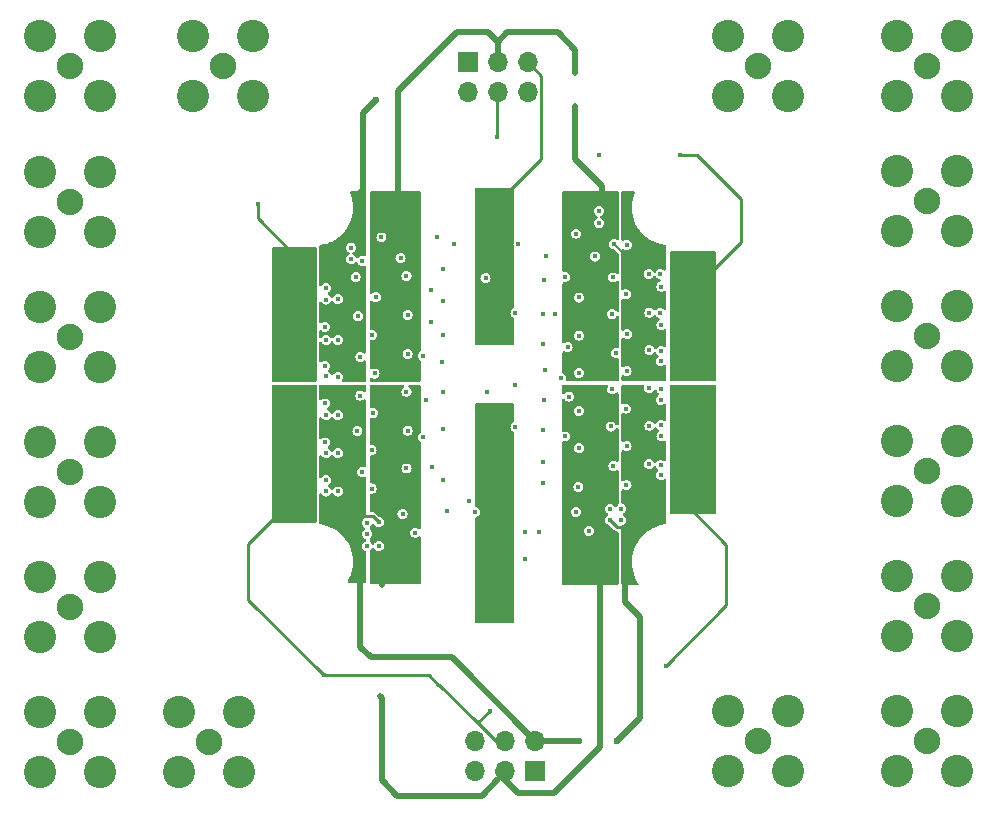
<source format=gbr>
%TF.GenerationSoftware,KiCad,Pcbnew,(6.0.1)*%
%TF.CreationDate,2022-02-22T23:19:08-05:00*%
%TF.ProjectId,sipm-linear-s14160,7369706d-2d6c-4696-9e65-61722d733134,rev?*%
%TF.SameCoordinates,Original*%
%TF.FileFunction,Copper,L3,Inr*%
%TF.FilePolarity,Positive*%
%FSLAX46Y46*%
G04 Gerber Fmt 4.6, Leading zero omitted, Abs format (unit mm)*
G04 Created by KiCad (PCBNEW (6.0.1)) date 2022-02-22 23:19:08*
%MOMM*%
%LPD*%
G01*
G04 APERTURE LIST*
%TA.AperFunction,ComponentPad*%
%ADD10C,2.240000*%
%TD*%
%TA.AperFunction,ComponentPad*%
%ADD11C,2.740000*%
%TD*%
%TA.AperFunction,ComponentPad*%
%ADD12R,1.700000X1.700000*%
%TD*%
%TA.AperFunction,ComponentPad*%
%ADD13O,1.700000X1.700000*%
%TD*%
%TA.AperFunction,ViaPad*%
%ADD14C,0.450000*%
%TD*%
%TA.AperFunction,ViaPad*%
%ADD15C,0.600000*%
%TD*%
%TA.AperFunction,Conductor*%
%ADD16C,0.500000*%
%TD*%
%TA.AperFunction,Conductor*%
%ADD17C,0.200000*%
%TD*%
%TA.AperFunction,Conductor*%
%ADD18C,0.250000*%
%TD*%
G04 APERTURE END LIST*
D10*
%TO.N,Net-(J13-Pad1)*%
%TO.C,J13*%
X160740000Y-74470000D03*
D11*
%TO.N,GND*%
X163280000Y-71930000D03*
X158200000Y-77010000D03*
X158200000Y-71930000D03*
X163280000Y-77010000D03*
%TD*%
D10*
%TO.N,Net-(J6-Pad1)*%
%TO.C,J6*%
X220340000Y-97322000D03*
D11*
%TO.N,GND*%
X217800000Y-99862000D03*
X217800000Y-94782000D03*
X222880000Y-94782000D03*
X222880000Y-99862000D03*
%TD*%
D10*
%TO.N,Net-(J8-Pad1)*%
%TO.C,J8*%
X220350000Y-108748000D03*
D11*
%TO.N,GND*%
X217810000Y-111288000D03*
X222890000Y-111288000D03*
X217810000Y-106208000D03*
X222890000Y-106208000D03*
%TD*%
D10*
%TO.N,Net-(J9-Pad1)*%
%TO.C,J9*%
X147810000Y-108778000D03*
D11*
%TO.N,GND*%
X145270000Y-106238000D03*
X145270000Y-111318000D03*
X150350000Y-106238000D03*
X150350000Y-111318000D03*
%TD*%
D10*
%TO.N,Net-(J2-Pad1)*%
%TO.C,J2*%
X220340000Y-74470000D03*
D11*
%TO.N,GND*%
X222880000Y-77010000D03*
X222880000Y-71930000D03*
X217800000Y-71930000D03*
X217800000Y-77010000D03*
%TD*%
D10*
%TO.N,Net-(J5-Pad1)*%
%TO.C,J5*%
X147810000Y-85906000D03*
D11*
%TO.N,GND*%
X150350000Y-88446000D03*
X150350000Y-83366000D03*
X145270000Y-83366000D03*
X145270000Y-88446000D03*
%TD*%
D10*
%TO.N,Net-(J3-Pad1)*%
%TO.C,J3*%
X147810000Y-74470000D03*
D11*
%TO.N,GND*%
X150350000Y-71930000D03*
X150350000Y-77010000D03*
X145270000Y-77010000D03*
X145270000Y-71930000D03*
%TD*%
D10*
%TO.N,Net-(J10-Pad1)*%
%TO.C,J10*%
X220370000Y-120174000D03*
D11*
%TO.N,GND*%
X217830000Y-117634000D03*
X222910000Y-117634000D03*
X217830000Y-122714000D03*
X222910000Y-122714000D03*
%TD*%
D10*
%TO.N,Net-(J4-Pad1)*%
%TO.C,J4*%
X220340000Y-85896000D03*
D11*
%TO.N,GND*%
X217800000Y-83356000D03*
X222880000Y-83356000D03*
X222880000Y-88436000D03*
X217800000Y-88436000D03*
%TD*%
D10*
%TO.N,Net-(J16-Pad1)*%
%TO.C,J16*%
X206100000Y-131600000D03*
D11*
%TO.N,GND*%
X203560000Y-129060000D03*
X208640000Y-129060000D03*
X208640000Y-134140000D03*
X203560000Y-134140000D03*
%TD*%
D10*
%TO.N,Net-(J11-Pad1)*%
%TO.C,J11*%
X147810000Y-120214000D03*
D11*
%TO.N,GND*%
X145270000Y-117674000D03*
X150350000Y-117674000D03*
X145270000Y-122754000D03*
X150350000Y-122754000D03*
%TD*%
D10*
%TO.N,Net-(J14-Pad1)*%
%TO.C,J14*%
X220370000Y-131600000D03*
D11*
%TO.N,GND*%
X222910000Y-129060000D03*
X222910000Y-134140000D03*
X217830000Y-129060000D03*
X217830000Y-134140000D03*
%TD*%
D10*
%TO.N,Net-(J17-Pad1)*%
%TO.C,J17*%
X159550000Y-131650000D03*
D11*
%TO.N,GND*%
X157010000Y-134190000D03*
X162090000Y-134190000D03*
X157010000Y-129110000D03*
X162090000Y-129110000D03*
%TD*%
D10*
%TO.N,Net-(J12-Pad1)*%
%TO.C,J12*%
X206100000Y-74420000D03*
D11*
%TO.N,GND*%
X203560000Y-76960000D03*
X203560000Y-71880000D03*
X208640000Y-76960000D03*
X208640000Y-71880000D03*
%TD*%
D10*
%TO.N,Net-(J15-Pad1)*%
%TO.C,J15*%
X147810000Y-131650000D03*
D11*
%TO.N,GND*%
X150350000Y-134190000D03*
X145270000Y-129110000D03*
X145270000Y-134190000D03*
X150350000Y-129110000D03*
%TD*%
D10*
%TO.N,Net-(J7-Pad1)*%
%TO.C,J7*%
X147810000Y-97342000D03*
D11*
%TO.N,GND*%
X150350000Y-99882000D03*
X150350000Y-94802000D03*
X145270000Y-94802000D03*
X145270000Y-99882000D03*
%TD*%
D12*
%TO.N,unconnected-(J18-Pad1)*%
%TO.C,J18*%
X187200000Y-134100000D03*
D13*
%TO.N,/VSSA2*%
X187200000Y-131560000D03*
%TO.N,/VDDA2*%
X184660000Y-134100000D03*
%TO.N,/LINE2*%
X184660000Y-131560000D03*
%TO.N,/VBias2*%
X182120000Y-134100000D03*
%TO.N,GND*%
X182120000Y-131560000D03*
%TD*%
D12*
%TO.N,unconnected-(J1-Pad1)*%
%TO.C,J1*%
X181475000Y-74125000D03*
D13*
%TO.N,VSSA*%
X181475000Y-76665000D03*
%TO.N,VDDA*%
X184015000Y-74125000D03*
%TO.N,LINE*%
X184015000Y-76665000D03*
%TO.N,/VBias*%
X186555000Y-74125000D03*
%TO.N,GND*%
X186555000Y-76665000D03*
%TD*%
D14*
%TO.N,GND*%
X190937400Y-97255000D03*
X176300000Y-102000000D03*
X192600000Y-86700000D03*
X178400000Y-93400000D03*
X197800000Y-92030000D03*
X172990000Y-114040000D03*
X185530000Y-105004000D03*
X178450000Y-108350000D03*
X190860000Y-110080000D03*
X169500000Y-100700000D03*
X169500000Y-97600000D03*
X190897400Y-103630000D03*
X177700000Y-105850000D03*
X194500000Y-112900000D03*
X169500000Y-109500000D03*
X186331001Y-116176000D03*
X197837400Y-102680000D03*
X181600000Y-111250000D03*
X185784000Y-89510000D03*
X189420000Y-100880000D03*
X185530000Y-95352000D03*
X180300000Y-89500000D03*
X169500000Y-107200000D03*
X197887400Y-101755000D03*
X169400000Y-106300000D03*
X187850000Y-109730000D03*
X189940000Y-98230000D03*
X172940000Y-113090000D03*
X178885000Y-88940000D03*
X178400000Y-96100000D03*
X197787400Y-95330000D03*
X190050000Y-102420000D03*
X185530000Y-101448000D03*
X169500000Y-104000000D03*
X176300000Y-92200000D03*
X189700000Y-92300000D03*
X187531001Y-113876000D03*
X169400000Y-103000000D03*
X171615000Y-90785000D03*
X179740000Y-112090000D03*
X188900000Y-95400000D03*
X176400000Y-95500000D03*
X197887400Y-105780000D03*
X197862400Y-98530000D03*
X176300000Y-108500000D03*
X188157053Y-90557053D03*
X197862400Y-109080000D03*
X176400000Y-105300000D03*
X171600000Y-89800000D03*
X197837400Y-99430000D03*
X190887400Y-94030000D03*
X189750000Y-105790000D03*
X177700000Y-98950000D03*
X190940000Y-106770000D03*
X197887400Y-96330000D03*
X169500000Y-93200000D03*
X176400000Y-98800000D03*
X177950000Y-102750000D03*
X169500000Y-94200000D03*
X169500000Y-110450000D03*
X194500000Y-111900000D03*
X197887400Y-93100000D03*
X169400000Y-99800000D03*
X190890000Y-100400000D03*
X197812400Y-108180000D03*
X197837400Y-104830000D03*
X169400000Y-96500000D03*
X194957053Y-89557053D03*
X172990000Y-115090000D03*
%TO.N,Net-(C7-Pad1)*%
X170500000Y-94165002D03*
%TO.N,VDDA*%
X191887400Y-94030000D03*
X175400000Y-98800000D03*
X191892400Y-97230000D03*
X175250000Y-92250000D03*
X175400000Y-95500000D03*
X190600000Y-75050000D03*
X190600000Y-77800000D03*
X191842400Y-100390000D03*
X189800000Y-90557053D03*
X176100000Y-88300000D03*
%TO.N,VSSA*%
X196887400Y-96330000D03*
X196887400Y-93030000D03*
X196887400Y-99405000D03*
X170400000Y-99800000D03*
X193872053Y-89522054D03*
D15*
X173700000Y-77300000D03*
D14*
X172350000Y-89840000D03*
D15*
X194900000Y-85400000D03*
D14*
X170400000Y-96500000D03*
X170500000Y-93200000D03*
%TO.N,Net-(L1-Pad1)*%
X187870000Y-95400000D03*
%TO.N,Net-(C6-Pad1)*%
X196802400Y-92060000D03*
%TO.N,Net-(L2-Pad1)*%
X179400000Y-94300000D03*
%TO.N,/VBias*%
X182600000Y-86150000D03*
%TO.N,LINE*%
X199900000Y-98400000D03*
X167300000Y-100700000D03*
X167300000Y-97600000D03*
X200000000Y-92000000D03*
X163700000Y-86100000D03*
X167300000Y-94200000D03*
X184000000Y-80400000D03*
X192600000Y-82000000D03*
X199500000Y-82000000D03*
X167300000Y-91000000D03*
X199900000Y-95300000D03*
%TO.N,Net-(C46-Pad1)*%
X192600000Y-87700000D03*
%TO.N,Net-(C47-Pad1)*%
X172572500Y-90927500D03*
%TO.N,Net-(L11-Pad1)*%
X187920000Y-92540000D03*
%TO.N,Net-(L12-Pad1)*%
X179400000Y-91600000D03*
%TO.N,Net-(C1-Pad1)*%
X183000000Y-92400000D03*
%TO.N,Net-(C19-Pad1)*%
X196877400Y-95310000D03*
%TO.N,Net-(C20-Pad1)*%
X170500000Y-97600000D03*
%TO.N,Net-(L3-Pad1)*%
X187900000Y-98000000D03*
%TO.N,Net-(L4-Pad1)*%
X179400000Y-97200000D03*
%TO.N,Net-(C27-Pad1)*%
X196877400Y-98490000D03*
%TO.N,Net-(C28-Pad1)*%
X170485000Y-100740002D03*
%TO.N,Net-(L5-Pad1)*%
X188030000Y-100170000D03*
%TO.N,Net-(L6-Pad1)*%
X179350000Y-99500000D03*
%TO.N,Net-(C14-Pad1)*%
X183100000Y-102000000D03*
%TO.N,Net-(C35-Pad1)*%
X196847400Y-101720000D03*
%TO.N,Net-(C36-Pad1)*%
X170500000Y-104000000D03*
%TO.N,Net-(L7-Pad1)*%
X187940000Y-102670000D03*
%TO.N,Net-(L8-Pad1)*%
X179400000Y-102000000D03*
%TO.N,Net-(C61-Pad1)*%
X196877400Y-104880000D03*
%TO.N,Net-(C62-Pad1)*%
X170485000Y-107210000D03*
%TO.N,Net-(L9-Pad1)*%
X187880000Y-105250000D03*
%TO.N,Net-(L10-Pad1)*%
X179400000Y-105200000D03*
%TO.N,Net-(C69-Pad1)*%
X196852399Y-108129999D03*
%TO.N,Net-(C70-Pad1)*%
X170485000Y-110450000D03*
%TO.N,Net-(L13-Pad1)*%
X187890000Y-107950000D03*
%TO.N,Net-(L14-Pad1)*%
X179400000Y-109450000D03*
%TO.N,Net-(C77-Pad1)*%
X193546001Y-111926000D03*
%TO.N,Net-(C78-Pad1)*%
X173950000Y-115090000D03*
%TO.N,Net-(L15-Pad1)*%
X186331001Y-113876000D03*
%TO.N,Net-(L16-Pad1)*%
X182100000Y-112200000D03*
%TO.N,/VBias2*%
X183500000Y-120800000D03*
X183250000Y-109150000D03*
%TO.N,/VSSA2*%
X196912400Y-109080000D03*
D15*
X190900000Y-131600000D03*
D14*
X170400000Y-103000000D03*
X170400000Y-109500000D03*
X196837400Y-105830000D03*
X193546001Y-112900000D03*
X173957500Y-113057500D03*
D15*
X194100000Y-131600000D03*
D14*
X196912400Y-102655000D03*
X170400000Y-106300000D03*
%TO.N,/VDDA2*%
X191847400Y-110030000D03*
X174100000Y-127800000D03*
X175400000Y-105300000D03*
X176900000Y-111950000D03*
X191892400Y-106780000D03*
X190431001Y-113876000D03*
X191914900Y-103587500D03*
X174200000Y-118400000D03*
X175300000Y-108500000D03*
X175400000Y-102100000D03*
%TO.N,/LINE2*%
X199900000Y-104800000D03*
X167300000Y-104000000D03*
X198300000Y-125200000D03*
X183400000Y-129000000D03*
X167300000Y-107200000D03*
X200200000Y-111800000D03*
X167300000Y-110400000D03*
X199892400Y-101700000D03*
X199805000Y-108150000D03*
X169300000Y-126000000D03*
%TO.N,Net-(R10-Pad1)*%
X193787400Y-92330000D03*
%TO.N,Net-(R11-Pad1)*%
X173700000Y-94000000D03*
%TO.N,Net-(R10-Pad2)*%
X194887400Y-93763902D03*
%TO.N,Net-(R11-Pad2)*%
X172000000Y-92300000D03*
%TO.N,Net-(R23-Pad2)*%
X193700000Y-95400000D03*
%TO.N,Net-(R24-Pad2)*%
X173400000Y-97177237D03*
%TO.N,Net-(R29-Pad2)*%
X194987400Y-97130000D03*
%TO.N,Net-(R30-Pad2)*%
X172200000Y-95600000D03*
%TO.N,Net-(R35-Pad2)*%
X194062367Y-98743891D03*
%TO.N,Net-(R36-Pad2)*%
X173600000Y-100460570D03*
%TO.N,Net-(R41-Pad2)*%
X194937400Y-100280000D03*
%TO.N,Net-(R42-Pad2)*%
X172400000Y-99052766D03*
%TO.N,Net-(R47-Pad2)*%
X193727400Y-101800000D03*
%TO.N,Net-(R48-Pad2)*%
X173500000Y-103800000D03*
%TO.N,Net-(R53-Pad2)*%
X194867400Y-103440000D03*
%TO.N,Net-(R54-Pad2)*%
X172400000Y-102336099D03*
%TO.N,Net-(R64-Pad2)*%
X190657053Y-88622052D03*
%TO.N,Net-(R65-Pad2)*%
X175800000Y-90700000D03*
%TO.N,Net-(R70-Pad2)*%
X192257053Y-90557053D03*
%TO.N,Net-(R71-Pad2)*%
X174182400Y-88939999D03*
%TO.N,Net-(R79-Pad2)*%
X193630000Y-104950000D03*
%TO.N,Net-(R80-Pad2)*%
X173350000Y-106963902D03*
%TO.N,Net-(R85-Pad2)*%
X194940000Y-106620000D03*
%TO.N,Net-(R86-Pad2)*%
X172150000Y-105350000D03*
%TO.N,Net-(R91-Pad2)*%
X193830000Y-108270000D03*
%TO.N,Net-(R92-Pad2)*%
X173350000Y-110203902D03*
%TO.N,Net-(R97-Pad2)*%
X194930000Y-109930000D03*
%TO.N,Net-(R100-Pad1)*%
X172557053Y-108796098D03*
%TO.N,Net-(R103-Pad2)*%
X190631001Y-112176000D03*
%TO.N,Net-(R104-Pad2)*%
X177040000Y-113940000D03*
%TO.N,Net-(R109-Pad2)*%
X191731001Y-113776000D03*
%TO.N,Net-(R110-Pad2)*%
X175972053Y-112346098D03*
%TD*%
D16*
%TO.N,VDDA*%
X184035000Y-72365000D02*
X183220000Y-71550000D01*
X184035000Y-72365000D02*
X184850000Y-71550000D01*
X190600000Y-82300000D02*
X192850000Y-84550000D01*
X190600000Y-77800000D02*
X190600000Y-82300000D01*
X183220000Y-71550000D02*
X183100000Y-71550000D01*
X175600000Y-76550000D02*
X180600000Y-71550000D01*
X183100000Y-71550000D02*
X180600000Y-71550000D01*
X175600000Y-76550000D02*
X175600000Y-85550000D01*
X190600000Y-73050000D02*
X190600000Y-75050000D01*
X192850000Y-84550000D02*
X192850000Y-85550000D01*
X184035000Y-73775000D02*
X184035000Y-72365000D01*
X184850000Y-71550000D02*
X189100000Y-71550000D01*
X189100000Y-71550000D02*
X190600000Y-73050000D01*
%TO.N,VSSA*%
X172600000Y-84923775D02*
X172223775Y-85300000D01*
X172600000Y-78400000D02*
X172600000Y-84923775D01*
D17*
X196300000Y-90300000D02*
X196600000Y-90600000D01*
X195800000Y-90300000D02*
X196300000Y-90300000D01*
X194649999Y-90300000D02*
X195800000Y-90300000D01*
X193872053Y-89522054D02*
X194649999Y-90300000D01*
D16*
X173700000Y-77300000D02*
X172600000Y-78400000D01*
D18*
%TO.N,/VBias*%
X187729511Y-75299511D02*
X187729511Y-82270489D01*
X187729511Y-82270489D02*
X184500000Y-85500000D01*
X186555000Y-74125000D02*
X187729511Y-75299511D01*
%TO.N,LINE*%
X163700000Y-86100000D02*
X163700000Y-87300000D01*
X204600000Y-85700000D02*
X204600000Y-89300000D01*
X204600000Y-89300000D02*
X201900000Y-92000000D01*
X200900000Y-82000000D02*
X204600000Y-85700000D01*
X199500000Y-82000000D02*
X200900000Y-82000000D01*
X167300000Y-90900000D02*
X167300000Y-91000000D01*
X163700000Y-87300000D02*
X167300000Y-90900000D01*
X201900000Y-92000000D02*
X200000000Y-92000000D01*
X184000000Y-80400000D02*
X184000000Y-76350000D01*
%TO.N,/VSSA2*%
X193546001Y-112900000D02*
X194146001Y-113500000D01*
D16*
X172400000Y-118100000D02*
X171900000Y-117600000D01*
X196100000Y-129600000D02*
X196100000Y-121100000D01*
X173300000Y-124500000D02*
X172400000Y-123600000D01*
X187200000Y-131560000D02*
X190860000Y-131560000D01*
D18*
X171859511Y-112540489D02*
X171800000Y-112600000D01*
D16*
X172400000Y-123600000D02*
X172400000Y-118100000D01*
D18*
X173440489Y-112540489D02*
X171859511Y-112540489D01*
D16*
X190860000Y-131560000D02*
X190900000Y-131600000D01*
X196100000Y-121100000D02*
X194800000Y-119800000D01*
X194800000Y-119800000D02*
X194800000Y-117900000D01*
X180140000Y-124500000D02*
X173300000Y-124500000D01*
X194100000Y-131600000D02*
X196100000Y-129600000D01*
X187200000Y-131560000D02*
X180140000Y-124500000D01*
D18*
X173957500Y-113057500D02*
X173440489Y-112540489D01*
X194146001Y-113500000D02*
X195000000Y-113500000D01*
D16*
%TO.N,/VDDA2*%
X182700000Y-136200000D02*
X184065000Y-134835000D01*
X188800000Y-136000000D02*
X192700000Y-132100000D01*
X175500000Y-136200000D02*
X182700000Y-136200000D01*
X174200000Y-127900000D02*
X174200000Y-134900000D01*
X192700000Y-132100000D02*
X192700000Y-115700000D01*
X174200000Y-118400000D02*
X174200000Y-117150000D01*
X174100000Y-127800000D02*
X174200000Y-127900000D01*
X185740000Y-136000000D02*
X188800000Y-136000000D01*
X174200000Y-117150000D02*
X174400000Y-116950000D01*
X184065000Y-134325000D02*
X185740000Y-136000000D01*
X174200000Y-134900000D02*
X175500000Y-136200000D01*
D18*
%TO.N,/LINE2*%
X169300000Y-126000000D02*
X162900000Y-119600000D01*
X179000000Y-126800000D02*
X178200000Y-126000000D01*
X198300000Y-125200000D02*
X203400000Y-120100000D01*
X167300000Y-110500000D02*
X167300000Y-110400000D01*
X178200000Y-126000000D02*
X169300000Y-126000000D01*
X162900000Y-119600000D02*
X162900000Y-114900000D01*
X182390000Y-130010000D02*
X183400000Y-129000000D01*
X203400000Y-115000000D02*
X200200000Y-111800000D01*
X182290000Y-130010000D02*
X182390000Y-130010000D01*
X203400000Y-120100000D02*
X203400000Y-115000000D01*
X184065000Y-131785000D02*
X182290000Y-130010000D01*
X182290000Y-130010000D02*
X179080000Y-126800000D01*
X179080000Y-126800000D02*
X179000000Y-126800000D01*
X162900000Y-114900000D02*
X167300000Y-110500000D01*
%TD*%
%TA.AperFunction,Conductor*%
%TO.N,LINE*%
G36*
X202442121Y-90120002D02*
G01*
X202488614Y-90173658D01*
X202500000Y-90226000D01*
X202500000Y-100974000D01*
X202479998Y-101042121D01*
X202426342Y-101088614D01*
X202374000Y-101100000D01*
X198726000Y-101100000D01*
X198657879Y-101079998D01*
X198611386Y-101026342D01*
X198600000Y-100974000D01*
X198600000Y-90226000D01*
X198620002Y-90157879D01*
X198673658Y-90111386D01*
X198726000Y-90100000D01*
X202374000Y-90100000D01*
X202442121Y-90120002D01*
G37*
%TD.AperFunction*%
%TD*%
%TA.AperFunction,Conductor*%
%TO.N,VSSA*%
G36*
X195589363Y-85020002D02*
G01*
X195635856Y-85073658D01*
X195645960Y-85143932D01*
X195637398Y-85174825D01*
X195570194Y-85334696D01*
X195469151Y-85678011D01*
X195407006Y-86030451D01*
X195384535Y-86387621D01*
X195402017Y-86745070D01*
X195459235Y-87098343D01*
X195555475Y-87443037D01*
X195689538Y-87774854D01*
X195859753Y-88089659D01*
X196063998Y-88383529D01*
X196066311Y-88386171D01*
X196066314Y-88386175D01*
X196288207Y-88639642D01*
X196299727Y-88652801D01*
X196564003Y-88894118D01*
X196853531Y-89104472D01*
X196856597Y-89106214D01*
X196856599Y-89106215D01*
X196926251Y-89145783D01*
X197164703Y-89281243D01*
X197329242Y-89351764D01*
X197490408Y-89420840D01*
X197490412Y-89420841D01*
X197493640Y-89422225D01*
X197531707Y-89433718D01*
X197832866Y-89524644D01*
X197832871Y-89524645D01*
X197836242Y-89525663D01*
X198188239Y-89590266D01*
X198190098Y-89590396D01*
X198254874Y-89618651D01*
X198294272Y-89677712D01*
X198300000Y-89715271D01*
X198300000Y-91624062D01*
X198279998Y-91692183D01*
X198226342Y-91738676D01*
X198156068Y-91748780D01*
X198091488Y-91719286D01*
X198084905Y-91713157D01*
X198053220Y-91681472D01*
X197933126Y-91620281D01*
X197923337Y-91618731D01*
X197923335Y-91618730D01*
X197809793Y-91600747D01*
X197800000Y-91599196D01*
X197790207Y-91600747D01*
X197676665Y-91618730D01*
X197676663Y-91618731D01*
X197666874Y-91620281D01*
X197546780Y-91681472D01*
X197451472Y-91776780D01*
X197446972Y-91785612D01*
X197405824Y-91866369D01*
X197357076Y-91917984D01*
X197288161Y-91935050D01*
X197220959Y-91912149D01*
X197181290Y-91866369D01*
X197155428Y-91815612D01*
X197150928Y-91806780D01*
X197055620Y-91711472D01*
X196935526Y-91650281D01*
X196925737Y-91648731D01*
X196925735Y-91648730D01*
X196812193Y-91630747D01*
X196802400Y-91629196D01*
X196792607Y-91630747D01*
X196679065Y-91648730D01*
X196679063Y-91648731D01*
X196669274Y-91650281D01*
X196549180Y-91711472D01*
X196453872Y-91806780D01*
X196392681Y-91926874D01*
X196391131Y-91936663D01*
X196391130Y-91936665D01*
X196373147Y-92050207D01*
X196371596Y-92060000D01*
X196373147Y-92069793D01*
X196390262Y-92177851D01*
X196392681Y-92193126D01*
X196453872Y-92313220D01*
X196549180Y-92408528D01*
X196669274Y-92469719D01*
X196679063Y-92471269D01*
X196679065Y-92471270D01*
X196792607Y-92489253D01*
X196802400Y-92490804D01*
X196812193Y-92489253D01*
X196925735Y-92471270D01*
X196925737Y-92471269D01*
X196935526Y-92469719D01*
X197055620Y-92408528D01*
X197150928Y-92313220D01*
X197196576Y-92223631D01*
X197245324Y-92172016D01*
X197314239Y-92154950D01*
X197381441Y-92177851D01*
X197421110Y-92223631D01*
X197451472Y-92283220D01*
X197546780Y-92378528D01*
X197666874Y-92439719D01*
X197676665Y-92441270D01*
X197676666Y-92441270D01*
X197729075Y-92449571D01*
X197793228Y-92479984D01*
X197830755Y-92540252D01*
X197829741Y-92611242D01*
X197790508Y-92670413D01*
X197754915Y-92690180D01*
X197754274Y-92690281D01*
X197634180Y-92751472D01*
X197538872Y-92846780D01*
X197477681Y-92966874D01*
X197456596Y-93100000D01*
X197477681Y-93233126D01*
X197538872Y-93353220D01*
X197634180Y-93448528D01*
X197754274Y-93509719D01*
X197764063Y-93511269D01*
X197764065Y-93511270D01*
X197877607Y-93529253D01*
X197887400Y-93530804D01*
X197897193Y-93529253D01*
X198010735Y-93511270D01*
X198010737Y-93511269D01*
X198020526Y-93509719D01*
X198116798Y-93460666D01*
X198186573Y-93447562D01*
X198252358Y-93474262D01*
X198293265Y-93532289D01*
X198300000Y-93572933D01*
X198300000Y-94936662D01*
X198279998Y-95004783D01*
X198226342Y-95051276D01*
X198156068Y-95061380D01*
X198091488Y-95031886D01*
X198084905Y-95025757D01*
X198040620Y-94981472D01*
X197920526Y-94920281D01*
X197910737Y-94918731D01*
X197910735Y-94918730D01*
X197797193Y-94900747D01*
X197787400Y-94899196D01*
X197777607Y-94900747D01*
X197664065Y-94918730D01*
X197664063Y-94918731D01*
X197654274Y-94920281D01*
X197534180Y-94981472D01*
X197438872Y-95076780D01*
X197437912Y-95078664D01*
X197385123Y-95119371D01*
X197314387Y-95125448D01*
X197251595Y-95092316D01*
X197237275Y-95072903D01*
X197236261Y-95073640D01*
X197230428Y-95065612D01*
X197225928Y-95056780D01*
X197130620Y-94961472D01*
X197010526Y-94900281D01*
X197000737Y-94898731D01*
X197000735Y-94898730D01*
X196887193Y-94880747D01*
X196877400Y-94879196D01*
X196867607Y-94880747D01*
X196754065Y-94898730D01*
X196754063Y-94898731D01*
X196744274Y-94900281D01*
X196624180Y-94961472D01*
X196528872Y-95056780D01*
X196467681Y-95176874D01*
X196446596Y-95310000D01*
X196467681Y-95443126D01*
X196528872Y-95563220D01*
X196624180Y-95658528D01*
X196744274Y-95719719D01*
X196754063Y-95721269D01*
X196754065Y-95721270D01*
X196867607Y-95739253D01*
X196877400Y-95740804D01*
X196887193Y-95739253D01*
X197000735Y-95721270D01*
X197000737Y-95721269D01*
X197010526Y-95719719D01*
X197130620Y-95658528D01*
X197225928Y-95563220D01*
X197226888Y-95561336D01*
X197279677Y-95520629D01*
X197350413Y-95514552D01*
X197413205Y-95547684D01*
X197427525Y-95567097D01*
X197428539Y-95566360D01*
X197434372Y-95574388D01*
X197438872Y-95583220D01*
X197534180Y-95678528D01*
X197604483Y-95714349D01*
X197654274Y-95739719D01*
X197653547Y-95741145D01*
X197702976Y-95774941D01*
X197730615Y-95840337D01*
X197718511Y-95910294D01*
X197670506Y-95962602D01*
X197662642Y-95966970D01*
X197634180Y-95981472D01*
X197538872Y-96076780D01*
X197477681Y-96196874D01*
X197456596Y-96330000D01*
X197477681Y-96463126D01*
X197538872Y-96583220D01*
X197634180Y-96678528D01*
X197754274Y-96739719D01*
X197764063Y-96741269D01*
X197764065Y-96741270D01*
X197877607Y-96759253D01*
X197887400Y-96760804D01*
X197897193Y-96759253D01*
X198010735Y-96741270D01*
X198010737Y-96741269D01*
X198020526Y-96739719D01*
X198116798Y-96690666D01*
X198186573Y-96677562D01*
X198252358Y-96704262D01*
X198293265Y-96762289D01*
X198300000Y-96802933D01*
X198300000Y-98070060D01*
X198279998Y-98138181D01*
X198226342Y-98184674D01*
X198156068Y-98194778D01*
X198116933Y-98178895D01*
X198115620Y-98181472D01*
X197995526Y-98120281D01*
X197985737Y-98118731D01*
X197985735Y-98118730D01*
X197872193Y-98100747D01*
X197862400Y-98099196D01*
X197852607Y-98100747D01*
X197739065Y-98118730D01*
X197739063Y-98118731D01*
X197729274Y-98120281D01*
X197609180Y-98181472D01*
X197513872Y-98276780D01*
X197492357Y-98319005D01*
X197443611Y-98370619D01*
X197374697Y-98387686D01*
X197307495Y-98364786D01*
X197267824Y-98319005D01*
X197246309Y-98276780D01*
X197225928Y-98236780D01*
X197130620Y-98141472D01*
X197010526Y-98080281D01*
X197000737Y-98078731D01*
X197000735Y-98078730D01*
X196887193Y-98060747D01*
X196877400Y-98059196D01*
X196867607Y-98060747D01*
X196754065Y-98078730D01*
X196754063Y-98078731D01*
X196744274Y-98080281D01*
X196624180Y-98141472D01*
X196528872Y-98236780D01*
X196467681Y-98356874D01*
X196466131Y-98366663D01*
X196466130Y-98366665D01*
X196448147Y-98480207D01*
X196446596Y-98490000D01*
X196467681Y-98623126D01*
X196528872Y-98743220D01*
X196624180Y-98838528D01*
X196744274Y-98899719D01*
X196754063Y-98901269D01*
X196754065Y-98901270D01*
X196867607Y-98919253D01*
X196877400Y-98920804D01*
X196887193Y-98919253D01*
X197000735Y-98901270D01*
X197000737Y-98901269D01*
X197010526Y-98899719D01*
X197130620Y-98838528D01*
X197225928Y-98743220D01*
X197247443Y-98700995D01*
X197296189Y-98649381D01*
X197365103Y-98632314D01*
X197432305Y-98655214D01*
X197471976Y-98700995D01*
X197513872Y-98783220D01*
X197609180Y-98878528D01*
X197607409Y-98880299D01*
X197642036Y-98925206D01*
X197648110Y-98995943D01*
X197614977Y-99058734D01*
X197598682Y-99072853D01*
X197593015Y-99076970D01*
X197584180Y-99081472D01*
X197488872Y-99176780D01*
X197427681Y-99296874D01*
X197406596Y-99430000D01*
X197427681Y-99563126D01*
X197488872Y-99683220D01*
X197584180Y-99778528D01*
X197704274Y-99839719D01*
X197714063Y-99841269D01*
X197714065Y-99841270D01*
X197827607Y-99859253D01*
X197837400Y-99860804D01*
X197847193Y-99859253D01*
X197960735Y-99841270D01*
X197960737Y-99841269D01*
X197970526Y-99839719D01*
X198090620Y-99778528D01*
X198097635Y-99771513D01*
X198099936Y-99769841D01*
X198166803Y-99745981D01*
X198235955Y-99762059D01*
X198285437Y-99812971D01*
X198300000Y-99871775D01*
X198300000Y-100974000D01*
X198279998Y-101042121D01*
X198226342Y-101088614D01*
X198174000Y-101100000D01*
X194626000Y-101100000D01*
X194557879Y-101079998D01*
X194511386Y-101026342D01*
X194500000Y-100974000D01*
X194500000Y-100740085D01*
X194520002Y-100671964D01*
X194573658Y-100625471D01*
X194643932Y-100615367D01*
X194682838Y-100631161D01*
X194684180Y-100628528D01*
X194804274Y-100689719D01*
X194814063Y-100691269D01*
X194814065Y-100691270D01*
X194927607Y-100709253D01*
X194937400Y-100710804D01*
X194947193Y-100709253D01*
X195060735Y-100691270D01*
X195060737Y-100691269D01*
X195070526Y-100689719D01*
X195190620Y-100628528D01*
X195285928Y-100533220D01*
X195347119Y-100413126D01*
X195368204Y-100280000D01*
X195347119Y-100146874D01*
X195285928Y-100026780D01*
X195190620Y-99931472D01*
X195070526Y-99870281D01*
X195060737Y-99868731D01*
X195060735Y-99868730D01*
X194947193Y-99850747D01*
X194937400Y-99849196D01*
X194927607Y-99850747D01*
X194814065Y-99868730D01*
X194814063Y-99868731D01*
X194804274Y-99870281D01*
X194684180Y-99931472D01*
X194682474Y-99928124D01*
X194633207Y-99945709D01*
X194564054Y-99929636D01*
X194514568Y-99878728D01*
X194500000Y-99819915D01*
X194500000Y-97548538D01*
X194520002Y-97480417D01*
X194573658Y-97433924D01*
X194643932Y-97423820D01*
X194708512Y-97453314D01*
X194715095Y-97459443D01*
X194734180Y-97478528D01*
X194854274Y-97539719D01*
X194864063Y-97541269D01*
X194864065Y-97541270D01*
X194977607Y-97559253D01*
X194987400Y-97560804D01*
X194997193Y-97559253D01*
X195110735Y-97541270D01*
X195110737Y-97541269D01*
X195120526Y-97539719D01*
X195240620Y-97478528D01*
X195335928Y-97383220D01*
X195397119Y-97263126D01*
X195418204Y-97130000D01*
X195397119Y-96996874D01*
X195335928Y-96876780D01*
X195240620Y-96781472D01*
X195120526Y-96720281D01*
X195110737Y-96718731D01*
X195110735Y-96718730D01*
X194997193Y-96700747D01*
X194987400Y-96699196D01*
X194977607Y-96700747D01*
X194864065Y-96718730D01*
X194864063Y-96718731D01*
X194854274Y-96720281D01*
X194734180Y-96781472D01*
X194715095Y-96800557D01*
X194652783Y-96834583D01*
X194581968Y-96829518D01*
X194525132Y-96786971D01*
X194500321Y-96720451D01*
X194500000Y-96711462D01*
X194500000Y-94249675D01*
X194520002Y-94181554D01*
X194573658Y-94135061D01*
X194643932Y-94124957D01*
X194683203Y-94137409D01*
X194745436Y-94169119D01*
X194745442Y-94169121D01*
X194754274Y-94173621D01*
X194764063Y-94175171D01*
X194764065Y-94175172D01*
X194877607Y-94193155D01*
X194887400Y-94194706D01*
X194897193Y-94193155D01*
X195010735Y-94175172D01*
X195010737Y-94175171D01*
X195020526Y-94173621D01*
X195140620Y-94112430D01*
X195235928Y-94017122D01*
X195297119Y-93897028D01*
X195318204Y-93763902D01*
X195297119Y-93630776D01*
X195235928Y-93510682D01*
X195140620Y-93415374D01*
X195020526Y-93354183D01*
X195010737Y-93352633D01*
X195010735Y-93352632D01*
X194897193Y-93334649D01*
X194887400Y-93333098D01*
X194877607Y-93334649D01*
X194764065Y-93352632D01*
X194764063Y-93352633D01*
X194754274Y-93354183D01*
X194745442Y-93358683D01*
X194745436Y-93358685D01*
X194683203Y-93390395D01*
X194613427Y-93403500D01*
X194547642Y-93376800D01*
X194506735Y-93318773D01*
X194500000Y-93278129D01*
X194500000Y-90002859D01*
X194520002Y-89934738D01*
X194573658Y-89888245D01*
X194643932Y-89878141D01*
X194698571Y-89900319D01*
X194703833Y-89905581D01*
X194712664Y-89910081D01*
X194712666Y-89910082D01*
X194761057Y-89934738D01*
X194823927Y-89966772D01*
X194833716Y-89968322D01*
X194833718Y-89968323D01*
X194947260Y-89986306D01*
X194957053Y-89987857D01*
X194966846Y-89986306D01*
X195080388Y-89968323D01*
X195080390Y-89968322D01*
X195090179Y-89966772D01*
X195210273Y-89905581D01*
X195305581Y-89810273D01*
X195366772Y-89690179D01*
X195387857Y-89557053D01*
X195382724Y-89524644D01*
X195368323Y-89433718D01*
X195368322Y-89433716D01*
X195366772Y-89423927D01*
X195305581Y-89303833D01*
X195210273Y-89208525D01*
X195090179Y-89147334D01*
X195080390Y-89145784D01*
X195080388Y-89145783D01*
X194966846Y-89127800D01*
X194957053Y-89126249D01*
X194947260Y-89127800D01*
X194833718Y-89145783D01*
X194833716Y-89145784D01*
X194823927Y-89147334D01*
X194763880Y-89177929D01*
X194712666Y-89204024D01*
X194712664Y-89204025D01*
X194703833Y-89208525D01*
X194698684Y-89213674D01*
X194633195Y-89237041D01*
X194564043Y-89220962D01*
X194514562Y-89170049D01*
X194500000Y-89111247D01*
X194500000Y-85126000D01*
X194520002Y-85057879D01*
X194573658Y-85011386D01*
X194626000Y-85000000D01*
X195521242Y-85000000D01*
X195589363Y-85020002D01*
G37*
%TD.AperFunction*%
%TD*%
%TA.AperFunction,Conductor*%
%TO.N,VDDA*%
G36*
X194242121Y-85020002D02*
G01*
X194288614Y-85073658D01*
X194300000Y-85126000D01*
X194300000Y-89056940D01*
X194279998Y-89125061D01*
X194226342Y-89171554D01*
X194156068Y-89181658D01*
X194116797Y-89169207D01*
X194030155Y-89125061D01*
X194005179Y-89112335D01*
X193995390Y-89110785D01*
X193995388Y-89110784D01*
X193881846Y-89092801D01*
X193872053Y-89091250D01*
X193862260Y-89092801D01*
X193748718Y-89110784D01*
X193748716Y-89110785D01*
X193738927Y-89112335D01*
X193618833Y-89173526D01*
X193523525Y-89268834D01*
X193462334Y-89388928D01*
X193441249Y-89522054D01*
X193462334Y-89655180D01*
X193523525Y-89775274D01*
X193618833Y-89870582D01*
X193738927Y-89931773D01*
X193748718Y-89933324D01*
X193748719Y-89933324D01*
X193838550Y-89947552D01*
X193907934Y-89982906D01*
X194263095Y-90338067D01*
X194297121Y-90400379D01*
X194300000Y-90427162D01*
X194300000Y-91936662D01*
X194279998Y-92004783D01*
X194226342Y-92051276D01*
X194156068Y-92061380D01*
X194091488Y-92031886D01*
X194084905Y-92025757D01*
X194040620Y-91981472D01*
X193920526Y-91920281D01*
X193910737Y-91918731D01*
X193910735Y-91918730D01*
X193797193Y-91900747D01*
X193787400Y-91899196D01*
X193777607Y-91900747D01*
X193664065Y-91918730D01*
X193664063Y-91918731D01*
X193654274Y-91920281D01*
X193534180Y-91981472D01*
X193438872Y-92076780D01*
X193377681Y-92196874D01*
X193376131Y-92206663D01*
X193376130Y-92206665D01*
X193359796Y-92309793D01*
X193356596Y-92330000D01*
X193377681Y-92463126D01*
X193438872Y-92583220D01*
X193534180Y-92678528D01*
X193654274Y-92739719D01*
X193664063Y-92741269D01*
X193664065Y-92741270D01*
X193777607Y-92759253D01*
X193787400Y-92760804D01*
X193797193Y-92759253D01*
X193910735Y-92741270D01*
X193910737Y-92741269D01*
X193920526Y-92739719D01*
X194040620Y-92678528D01*
X194084905Y-92634243D01*
X194147217Y-92600217D01*
X194218032Y-92605282D01*
X194274868Y-92647829D01*
X194299679Y-92714349D01*
X194300000Y-92723338D01*
X194300000Y-95115493D01*
X194279998Y-95183614D01*
X194226342Y-95230107D01*
X194156068Y-95240211D01*
X194091488Y-95210717D01*
X194061733Y-95172696D01*
X194060291Y-95169865D01*
X194048528Y-95146780D01*
X193953220Y-95051472D01*
X193833126Y-94990281D01*
X193823337Y-94988731D01*
X193823335Y-94988730D01*
X193709793Y-94970747D01*
X193700000Y-94969196D01*
X193690207Y-94970747D01*
X193576665Y-94988730D01*
X193576663Y-94988731D01*
X193566874Y-94990281D01*
X193446780Y-95051472D01*
X193351472Y-95146780D01*
X193290281Y-95266874D01*
X193269196Y-95400000D01*
X193290281Y-95533126D01*
X193351472Y-95653220D01*
X193446780Y-95748528D01*
X193566874Y-95809719D01*
X193576663Y-95811269D01*
X193576665Y-95811270D01*
X193690207Y-95829253D01*
X193700000Y-95830804D01*
X193709793Y-95829253D01*
X193823335Y-95811270D01*
X193823337Y-95811269D01*
X193833126Y-95809719D01*
X193953220Y-95748528D01*
X194048528Y-95653220D01*
X194061733Y-95627304D01*
X194110482Y-95575689D01*
X194179397Y-95558623D01*
X194246598Y-95581524D01*
X194290750Y-95637122D01*
X194300000Y-95684507D01*
X194300000Y-98203197D01*
X194279998Y-98271318D01*
X194226342Y-98317811D01*
X194154289Y-98327646D01*
X194072160Y-98314638D01*
X194062367Y-98313087D01*
X194052574Y-98314638D01*
X193939032Y-98332621D01*
X193939030Y-98332622D01*
X193929241Y-98334172D01*
X193809147Y-98395363D01*
X193713839Y-98490671D01*
X193652648Y-98610765D01*
X193651098Y-98620554D01*
X193651097Y-98620556D01*
X193640384Y-98688196D01*
X193631563Y-98743891D01*
X193652648Y-98877017D01*
X193713839Y-98997111D01*
X193809147Y-99092419D01*
X193929241Y-99153610D01*
X193939030Y-99155160D01*
X193939032Y-99155161D01*
X194052574Y-99173144D01*
X194062367Y-99174695D01*
X194154289Y-99160136D01*
X194224700Y-99169236D01*
X194279014Y-99214958D01*
X194300000Y-99284585D01*
X194300000Y-100974000D01*
X194279998Y-101042121D01*
X194226342Y-101088614D01*
X194174000Y-101100000D01*
X189963487Y-101100000D01*
X189895366Y-101079998D01*
X189848873Y-101026342D01*
X189839038Y-100954290D01*
X189849253Y-100889794D01*
X189849253Y-100889793D01*
X189850804Y-100880000D01*
X189843012Y-100830804D01*
X189831270Y-100756665D01*
X189831269Y-100756663D01*
X189829719Y-100746874D01*
X189768528Y-100626780D01*
X189673220Y-100531472D01*
X189568796Y-100478266D01*
X189517182Y-100429518D01*
X189509197Y-100400000D01*
X190459196Y-100400000D01*
X190480281Y-100533126D01*
X190541472Y-100653220D01*
X190636780Y-100748528D01*
X190756874Y-100809719D01*
X190766663Y-100811269D01*
X190766665Y-100811270D01*
X190880207Y-100829253D01*
X190890000Y-100830804D01*
X190899793Y-100829253D01*
X191013335Y-100811270D01*
X191013337Y-100811269D01*
X191023126Y-100809719D01*
X191143220Y-100748528D01*
X191238528Y-100653220D01*
X191299719Y-100533126D01*
X191320804Y-100400000D01*
X191299719Y-100266874D01*
X191238528Y-100146780D01*
X191143220Y-100051472D01*
X191023126Y-99990281D01*
X191013337Y-99988731D01*
X191013335Y-99988730D01*
X190899793Y-99970747D01*
X190890000Y-99969196D01*
X190880207Y-99970747D01*
X190766665Y-99988730D01*
X190766663Y-99988731D01*
X190756874Y-99990281D01*
X190636780Y-100051472D01*
X190541472Y-100146780D01*
X190480281Y-100266874D01*
X190459196Y-100400000D01*
X189509197Y-100400000D01*
X189500000Y-100365999D01*
X189500000Y-98688196D01*
X189520002Y-98620075D01*
X189573658Y-98573582D01*
X189643932Y-98563478D01*
X189685791Y-98580469D01*
X189686780Y-98578528D01*
X189806874Y-98639719D01*
X189816663Y-98641269D01*
X189816665Y-98641270D01*
X189930207Y-98659253D01*
X189940000Y-98660804D01*
X189949793Y-98659253D01*
X190063335Y-98641270D01*
X190063337Y-98641269D01*
X190073126Y-98639719D01*
X190193220Y-98578528D01*
X190288528Y-98483220D01*
X190349719Y-98363126D01*
X190354551Y-98332621D01*
X190369253Y-98239793D01*
X190370804Y-98230000D01*
X190349719Y-98096874D01*
X190288528Y-97976780D01*
X190193220Y-97881472D01*
X190073126Y-97820281D01*
X190063337Y-97818731D01*
X190063335Y-97818730D01*
X189949793Y-97800747D01*
X189940000Y-97799196D01*
X189930207Y-97800747D01*
X189816665Y-97818730D01*
X189816663Y-97818731D01*
X189806874Y-97820281D01*
X189686780Y-97881472D01*
X189685489Y-97878939D01*
X189633197Y-97897598D01*
X189564045Y-97881520D01*
X189514563Y-97830607D01*
X189500000Y-97771804D01*
X189500000Y-97255000D01*
X190506596Y-97255000D01*
X190527681Y-97388126D01*
X190588872Y-97508220D01*
X190684180Y-97603528D01*
X190804274Y-97664719D01*
X190814063Y-97666269D01*
X190814065Y-97666270D01*
X190927607Y-97684253D01*
X190937400Y-97685804D01*
X190947193Y-97684253D01*
X191060735Y-97666270D01*
X191060737Y-97666269D01*
X191070526Y-97664719D01*
X191190620Y-97603528D01*
X191285928Y-97508220D01*
X191347119Y-97388126D01*
X191368204Y-97255000D01*
X191347119Y-97121874D01*
X191285928Y-97001780D01*
X191190620Y-96906472D01*
X191070526Y-96845281D01*
X191060737Y-96843731D01*
X191060735Y-96843730D01*
X190947193Y-96825747D01*
X190937400Y-96824196D01*
X190927607Y-96825747D01*
X190814065Y-96843730D01*
X190814063Y-96843731D01*
X190804274Y-96845281D01*
X190684180Y-96906472D01*
X190588872Y-97001780D01*
X190527681Y-97121874D01*
X190506596Y-97255000D01*
X189500000Y-97255000D01*
X189500000Y-94030000D01*
X190456596Y-94030000D01*
X190477681Y-94163126D01*
X190538872Y-94283220D01*
X190634180Y-94378528D01*
X190754274Y-94439719D01*
X190764063Y-94441269D01*
X190764065Y-94441270D01*
X190877607Y-94459253D01*
X190887400Y-94460804D01*
X190897193Y-94459253D01*
X191010735Y-94441270D01*
X191010737Y-94441269D01*
X191020526Y-94439719D01*
X191140620Y-94378528D01*
X191235928Y-94283220D01*
X191297119Y-94163126D01*
X191318204Y-94030000D01*
X191297119Y-93896874D01*
X191235928Y-93776780D01*
X191140620Y-93681472D01*
X191020526Y-93620281D01*
X191010737Y-93618731D01*
X191010735Y-93618730D01*
X190897193Y-93600747D01*
X190887400Y-93599196D01*
X190877607Y-93600747D01*
X190764065Y-93618730D01*
X190764063Y-93618731D01*
X190754274Y-93620281D01*
X190634180Y-93681472D01*
X190538872Y-93776780D01*
X190477681Y-93896874D01*
X190456596Y-94030000D01*
X189500000Y-94030000D01*
X189500000Y-92846655D01*
X189520002Y-92778534D01*
X189573658Y-92732041D01*
X189645710Y-92722206D01*
X189690206Y-92729253D01*
X189690207Y-92729253D01*
X189700000Y-92730804D01*
X189709793Y-92729253D01*
X189823335Y-92711270D01*
X189823337Y-92711269D01*
X189833126Y-92709719D01*
X189953220Y-92648528D01*
X190048528Y-92553220D01*
X190109719Y-92433126D01*
X190124502Y-92339793D01*
X190129253Y-92309793D01*
X190130804Y-92300000D01*
X190109719Y-92166874D01*
X190048528Y-92046780D01*
X189953220Y-91951472D01*
X189833126Y-91890281D01*
X189823337Y-91888731D01*
X189823335Y-91888730D01*
X189709793Y-91870747D01*
X189700000Y-91869196D01*
X189690207Y-91870747D01*
X189690206Y-91870747D01*
X189645710Y-91877794D01*
X189575299Y-91868694D01*
X189520985Y-91822971D01*
X189500000Y-91753345D01*
X189500000Y-90557053D01*
X191826249Y-90557053D01*
X191847334Y-90690179D01*
X191908525Y-90810273D01*
X192003833Y-90905581D01*
X192123927Y-90966772D01*
X192133716Y-90968322D01*
X192133718Y-90968323D01*
X192247260Y-90986306D01*
X192257053Y-90987857D01*
X192266846Y-90986306D01*
X192380388Y-90968323D01*
X192380390Y-90968322D01*
X192390179Y-90966772D01*
X192510273Y-90905581D01*
X192605581Y-90810273D01*
X192666772Y-90690179D01*
X192687857Y-90557053D01*
X192666772Y-90423927D01*
X192605581Y-90303833D01*
X192510273Y-90208525D01*
X192390179Y-90147334D01*
X192380390Y-90145784D01*
X192380388Y-90145783D01*
X192266846Y-90127800D01*
X192257053Y-90126249D01*
X192247260Y-90127800D01*
X192133718Y-90145783D01*
X192133716Y-90145784D01*
X192123927Y-90147334D01*
X192003833Y-90208525D01*
X191908525Y-90303833D01*
X191847334Y-90423927D01*
X191826249Y-90557053D01*
X189500000Y-90557053D01*
X189500000Y-88622052D01*
X190226249Y-88622052D01*
X190247334Y-88755178D01*
X190308525Y-88875272D01*
X190403833Y-88970580D01*
X190523927Y-89031771D01*
X190533716Y-89033321D01*
X190533718Y-89033322D01*
X190647260Y-89051305D01*
X190657053Y-89052856D01*
X190666846Y-89051305D01*
X190780388Y-89033322D01*
X190780390Y-89033321D01*
X190790179Y-89031771D01*
X190910273Y-88970580D01*
X191005581Y-88875272D01*
X191066772Y-88755178D01*
X191087857Y-88622052D01*
X191066772Y-88488926D01*
X191005581Y-88368832D01*
X190910273Y-88273524D01*
X190790179Y-88212333D01*
X190780390Y-88210783D01*
X190780388Y-88210782D01*
X190666846Y-88192799D01*
X190657053Y-88191248D01*
X190647260Y-88192799D01*
X190533718Y-88210782D01*
X190533716Y-88210783D01*
X190523927Y-88212333D01*
X190403833Y-88273524D01*
X190308525Y-88368832D01*
X190247334Y-88488926D01*
X190226249Y-88622052D01*
X189500000Y-88622052D01*
X189500000Y-87700000D01*
X192169196Y-87700000D01*
X192190281Y-87833126D01*
X192251472Y-87953220D01*
X192346780Y-88048528D01*
X192466874Y-88109719D01*
X192476663Y-88111269D01*
X192476665Y-88111270D01*
X192590207Y-88129253D01*
X192600000Y-88130804D01*
X192609793Y-88129253D01*
X192723335Y-88111270D01*
X192723337Y-88111269D01*
X192733126Y-88109719D01*
X192853220Y-88048528D01*
X192948528Y-87953220D01*
X193009719Y-87833126D01*
X193030804Y-87700000D01*
X193009719Y-87566874D01*
X192948528Y-87446780D01*
X192853220Y-87351472D01*
X192776276Y-87312267D01*
X192724661Y-87263519D01*
X192707595Y-87194604D01*
X192730496Y-87127402D01*
X192776276Y-87087733D01*
X192844388Y-87053028D01*
X192844387Y-87053028D01*
X192853220Y-87048528D01*
X192948528Y-86953220D01*
X193009719Y-86833126D01*
X193030804Y-86700000D01*
X193009719Y-86566874D01*
X192948528Y-86446780D01*
X192853220Y-86351472D01*
X192733126Y-86290281D01*
X192723337Y-86288731D01*
X192723335Y-86288730D01*
X192609793Y-86270747D01*
X192600000Y-86269196D01*
X192590207Y-86270747D01*
X192476665Y-86288730D01*
X192476663Y-86288731D01*
X192466874Y-86290281D01*
X192346780Y-86351472D01*
X192251472Y-86446780D01*
X192190281Y-86566874D01*
X192169196Y-86700000D01*
X192190281Y-86833126D01*
X192251472Y-86953220D01*
X192346780Y-87048528D01*
X192355613Y-87053028D01*
X192355612Y-87053028D01*
X192423724Y-87087733D01*
X192475339Y-87136481D01*
X192492405Y-87205396D01*
X192469504Y-87272598D01*
X192423724Y-87312267D01*
X192346780Y-87351472D01*
X192251472Y-87446780D01*
X192190281Y-87566874D01*
X192169196Y-87700000D01*
X189500000Y-87700000D01*
X189500000Y-85126000D01*
X189520002Y-85057879D01*
X189573658Y-85011386D01*
X189626000Y-85000000D01*
X194174000Y-85000000D01*
X194242121Y-85020002D01*
G37*
%TD.AperFunction*%
%TD*%
%TA.AperFunction,Conductor*%
%TO.N,VDDA*%
G36*
X177442121Y-85020002D02*
G01*
X177488614Y-85073658D01*
X177500000Y-85126000D01*
X177500000Y-98500523D01*
X177479998Y-98568644D01*
X177451048Y-98599297D01*
X177446780Y-98601472D01*
X177351472Y-98696780D01*
X177290281Y-98816874D01*
X177269196Y-98950000D01*
X177270747Y-98959793D01*
X177284146Y-99044388D01*
X177290281Y-99083126D01*
X177351472Y-99203220D01*
X177446780Y-99298528D01*
X177450146Y-99300243D01*
X177491416Y-99353765D01*
X177500000Y-99399477D01*
X177500000Y-101050000D01*
X177479998Y-101118121D01*
X177426342Y-101164614D01*
X177374000Y-101176000D01*
X173326000Y-101176000D01*
X173257879Y-101155998D01*
X173211386Y-101102342D01*
X173200000Y-101050000D01*
X173200000Y-100939923D01*
X173220002Y-100871802D01*
X173273658Y-100825309D01*
X173343932Y-100815205D01*
X173383201Y-100827655D01*
X173466874Y-100870289D01*
X173476663Y-100871839D01*
X173476665Y-100871840D01*
X173590207Y-100889823D01*
X173600000Y-100891374D01*
X173609793Y-100889823D01*
X173723335Y-100871840D01*
X173723337Y-100871839D01*
X173733126Y-100870289D01*
X173853220Y-100809098D01*
X173948528Y-100713790D01*
X174009719Y-100593696D01*
X174030804Y-100460570D01*
X174009719Y-100327444D01*
X173948528Y-100207350D01*
X173853220Y-100112042D01*
X173733126Y-100050851D01*
X173723337Y-100049301D01*
X173723335Y-100049300D01*
X173609793Y-100031317D01*
X173600000Y-100029766D01*
X173590207Y-100031317D01*
X173476665Y-100049300D01*
X173476663Y-100049301D01*
X173466874Y-100050851D01*
X173383202Y-100093484D01*
X173313427Y-100106588D01*
X173247642Y-100079888D01*
X173206735Y-100021861D01*
X173200000Y-99981217D01*
X173200000Y-98800000D01*
X175969196Y-98800000D01*
X175990281Y-98933126D01*
X176051472Y-99053220D01*
X176146780Y-99148528D01*
X176266874Y-99209719D01*
X176276663Y-99211269D01*
X176276665Y-99211270D01*
X176390207Y-99229253D01*
X176400000Y-99230804D01*
X176409793Y-99229253D01*
X176523335Y-99211270D01*
X176523337Y-99211269D01*
X176533126Y-99209719D01*
X176653220Y-99148528D01*
X176748528Y-99053220D01*
X176809719Y-98933126D01*
X176830804Y-98800000D01*
X176829253Y-98790207D01*
X176811270Y-98676665D01*
X176811269Y-98676663D01*
X176809719Y-98666874D01*
X176748528Y-98546780D01*
X176653220Y-98451472D01*
X176533126Y-98390281D01*
X176523337Y-98388731D01*
X176523335Y-98388730D01*
X176409793Y-98370747D01*
X176400000Y-98369196D01*
X176390207Y-98370747D01*
X176276665Y-98388730D01*
X176276663Y-98388731D01*
X176266874Y-98390281D01*
X176146780Y-98451472D01*
X176051472Y-98546780D01*
X175990281Y-98666874D01*
X175988731Y-98676663D01*
X175988730Y-98676665D01*
X175970747Y-98790207D01*
X175969196Y-98800000D01*
X173200000Y-98800000D01*
X173200000Y-97723892D01*
X173220002Y-97655771D01*
X173273658Y-97609278D01*
X173345710Y-97599443D01*
X173390206Y-97606490D01*
X173390207Y-97606490D01*
X173400000Y-97608041D01*
X173409793Y-97606490D01*
X173523335Y-97588507D01*
X173523337Y-97588506D01*
X173533126Y-97586956D01*
X173653220Y-97525765D01*
X173748528Y-97430457D01*
X173809719Y-97310363D01*
X173830804Y-97177237D01*
X173809719Y-97044111D01*
X173748528Y-96924017D01*
X173653220Y-96828709D01*
X173533126Y-96767518D01*
X173523337Y-96765968D01*
X173523335Y-96765967D01*
X173409793Y-96747984D01*
X173400000Y-96746433D01*
X173390207Y-96747984D01*
X173390206Y-96747984D01*
X173345710Y-96755031D01*
X173275299Y-96745931D01*
X173220985Y-96700208D01*
X173200000Y-96630582D01*
X173200000Y-95500000D01*
X175969196Y-95500000D01*
X175990281Y-95633126D01*
X176051472Y-95753220D01*
X176146780Y-95848528D01*
X176266874Y-95909719D01*
X176276663Y-95911269D01*
X176276665Y-95911270D01*
X176390207Y-95929253D01*
X176400000Y-95930804D01*
X176409793Y-95929253D01*
X176523335Y-95911270D01*
X176523337Y-95911269D01*
X176533126Y-95909719D01*
X176653220Y-95848528D01*
X176748528Y-95753220D01*
X176809719Y-95633126D01*
X176830804Y-95500000D01*
X176809719Y-95366874D01*
X176748528Y-95246780D01*
X176653220Y-95151472D01*
X176533126Y-95090281D01*
X176523337Y-95088731D01*
X176523335Y-95088730D01*
X176409793Y-95070747D01*
X176400000Y-95069196D01*
X176390207Y-95070747D01*
X176276665Y-95088730D01*
X176276663Y-95088731D01*
X176266874Y-95090281D01*
X176146780Y-95151472D01*
X176051472Y-95246780D01*
X175990281Y-95366874D01*
X175969196Y-95500000D01*
X173200000Y-95500000D01*
X173200000Y-94405938D01*
X173220002Y-94337817D01*
X173273658Y-94291324D01*
X173343932Y-94281220D01*
X173408512Y-94310714D01*
X173415095Y-94316843D01*
X173446780Y-94348528D01*
X173566874Y-94409719D01*
X173576663Y-94411269D01*
X173576665Y-94411270D01*
X173690207Y-94429253D01*
X173700000Y-94430804D01*
X173709793Y-94429253D01*
X173823335Y-94411270D01*
X173823337Y-94411269D01*
X173833126Y-94409719D01*
X173953220Y-94348528D01*
X174048528Y-94253220D01*
X174109719Y-94133126D01*
X174130804Y-94000000D01*
X174109719Y-93866874D01*
X174048528Y-93746780D01*
X173953220Y-93651472D01*
X173833126Y-93590281D01*
X173823337Y-93588731D01*
X173823335Y-93588730D01*
X173709793Y-93570747D01*
X173700000Y-93569196D01*
X173690207Y-93570747D01*
X173576665Y-93588730D01*
X173576663Y-93588731D01*
X173566874Y-93590281D01*
X173446780Y-93651472D01*
X173415095Y-93683157D01*
X173352783Y-93717183D01*
X173281968Y-93712118D01*
X173225132Y-93669571D01*
X173200321Y-93603051D01*
X173200000Y-93594062D01*
X173200000Y-92200000D01*
X175869196Y-92200000D01*
X175890281Y-92333126D01*
X175951472Y-92453220D01*
X176046780Y-92548528D01*
X176166874Y-92609719D01*
X176176663Y-92611269D01*
X176176665Y-92611270D01*
X176290207Y-92629253D01*
X176300000Y-92630804D01*
X176309793Y-92629253D01*
X176423335Y-92611270D01*
X176423337Y-92611269D01*
X176433126Y-92609719D01*
X176553220Y-92548528D01*
X176648528Y-92453220D01*
X176709719Y-92333126D01*
X176730804Y-92200000D01*
X176709719Y-92066874D01*
X176648528Y-91946780D01*
X176553220Y-91851472D01*
X176433126Y-91790281D01*
X176423337Y-91788731D01*
X176423335Y-91788730D01*
X176309793Y-91770747D01*
X176300000Y-91769196D01*
X176290207Y-91770747D01*
X176176665Y-91788730D01*
X176176663Y-91788731D01*
X176166874Y-91790281D01*
X176046780Y-91851472D01*
X175951472Y-91946780D01*
X175890281Y-92066874D01*
X175869196Y-92200000D01*
X173200000Y-92200000D01*
X173200000Y-90700000D01*
X175369196Y-90700000D01*
X175390281Y-90833126D01*
X175451472Y-90953220D01*
X175546780Y-91048528D01*
X175666874Y-91109719D01*
X175676663Y-91111269D01*
X175676665Y-91111270D01*
X175790207Y-91129253D01*
X175800000Y-91130804D01*
X175809793Y-91129253D01*
X175923335Y-91111270D01*
X175923337Y-91111269D01*
X175933126Y-91109719D01*
X176053220Y-91048528D01*
X176148528Y-90953220D01*
X176209719Y-90833126D01*
X176230804Y-90700000D01*
X176209719Y-90566874D01*
X176148528Y-90446780D01*
X176053220Y-90351472D01*
X175933126Y-90290281D01*
X175923337Y-90288731D01*
X175923335Y-90288730D01*
X175809793Y-90270747D01*
X175800000Y-90269196D01*
X175790207Y-90270747D01*
X175676665Y-90288730D01*
X175676663Y-90288731D01*
X175666874Y-90290281D01*
X175546780Y-90351472D01*
X175451472Y-90446780D01*
X175390281Y-90566874D01*
X175369196Y-90700000D01*
X173200000Y-90700000D01*
X173200000Y-88939999D01*
X173751596Y-88939999D01*
X173772681Y-89073125D01*
X173833872Y-89193219D01*
X173929180Y-89288527D01*
X174049274Y-89349718D01*
X174059063Y-89351268D01*
X174059065Y-89351269D01*
X174172607Y-89369252D01*
X174182400Y-89370803D01*
X174192193Y-89369252D01*
X174305735Y-89351269D01*
X174305737Y-89351268D01*
X174315526Y-89349718D01*
X174435620Y-89288527D01*
X174530928Y-89193219D01*
X174592119Y-89073125D01*
X174613204Y-88939999D01*
X174592119Y-88806873D01*
X174530928Y-88686779D01*
X174435620Y-88591471D01*
X174315526Y-88530280D01*
X174305737Y-88528730D01*
X174305735Y-88528729D01*
X174192193Y-88510746D01*
X174182400Y-88509195D01*
X174172607Y-88510746D01*
X174059065Y-88528729D01*
X174059063Y-88528730D01*
X174049274Y-88530280D01*
X173929180Y-88591471D01*
X173833872Y-88686779D01*
X173772681Y-88806873D01*
X173751596Y-88939999D01*
X173200000Y-88939999D01*
X173200000Y-85126000D01*
X173220002Y-85057879D01*
X173273658Y-85011386D01*
X173326000Y-85000000D01*
X177374000Y-85000000D01*
X177442121Y-85020002D01*
G37*
%TD.AperFunction*%
%TD*%
%TA.AperFunction,Conductor*%
%TO.N,/VSSA2*%
G36*
X196395405Y-101420002D02*
G01*
X196441898Y-101473658D01*
X196452002Y-101543932D01*
X196444280Y-101568293D01*
X196445247Y-101568607D01*
X196442181Y-101578041D01*
X196437681Y-101586874D01*
X196436131Y-101596663D01*
X196436130Y-101596665D01*
X196426875Y-101655102D01*
X196416596Y-101720000D01*
X196418147Y-101729793D01*
X196433343Y-101825735D01*
X196437681Y-101853126D01*
X196498872Y-101973220D01*
X196594180Y-102068528D01*
X196714274Y-102129719D01*
X196724063Y-102131269D01*
X196724065Y-102131270D01*
X196837607Y-102149253D01*
X196847400Y-102150804D01*
X196857193Y-102149253D01*
X196970735Y-102131270D01*
X196970737Y-102131269D01*
X196980526Y-102129719D01*
X197100620Y-102068528D01*
X197195928Y-101973220D01*
X197200429Y-101964387D01*
X197247750Y-101871515D01*
X197296499Y-101819900D01*
X197365414Y-101802834D01*
X197432615Y-101825735D01*
X197476565Y-101881078D01*
X197477681Y-101888126D01*
X197538872Y-102008220D01*
X197634180Y-102103528D01*
X197635898Y-102104404D01*
X197676542Y-102157115D01*
X197682616Y-102227851D01*
X197649482Y-102290642D01*
X197616330Y-102315091D01*
X197584180Y-102331472D01*
X197488872Y-102426780D01*
X197427681Y-102546874D01*
X197406596Y-102680000D01*
X197427681Y-102813126D01*
X197488872Y-102933220D01*
X197584180Y-103028528D01*
X197704274Y-103089719D01*
X197714063Y-103091269D01*
X197714065Y-103091270D01*
X197827607Y-103109253D01*
X197837400Y-103110804D01*
X197847193Y-103109253D01*
X197960735Y-103091270D01*
X197960737Y-103091269D01*
X197970526Y-103089719D01*
X198090620Y-103028528D01*
X198097635Y-103021513D01*
X198099936Y-103019841D01*
X198166803Y-102995981D01*
X198235955Y-103012059D01*
X198285437Y-103062971D01*
X198300000Y-103121775D01*
X198300000Y-104388225D01*
X198279998Y-104456346D01*
X198226342Y-104502839D01*
X198156068Y-104512943D01*
X198099936Y-104490159D01*
X198097635Y-104488487D01*
X198090620Y-104481472D01*
X197970526Y-104420281D01*
X197960737Y-104418731D01*
X197960735Y-104418730D01*
X197847193Y-104400747D01*
X197837400Y-104399196D01*
X197827607Y-104400747D01*
X197714065Y-104418730D01*
X197714063Y-104418731D01*
X197704274Y-104420281D01*
X197584180Y-104481472D01*
X197488872Y-104576780D01*
X197484372Y-104585612D01*
X197456929Y-104639472D01*
X197408181Y-104691087D01*
X197339266Y-104708153D01*
X197272064Y-104685252D01*
X197232396Y-104639473D01*
X197230430Y-104635615D01*
X197230428Y-104635612D01*
X197225928Y-104626780D01*
X197130620Y-104531472D01*
X197010526Y-104470281D01*
X197000737Y-104468731D01*
X197000735Y-104468730D01*
X196887193Y-104450747D01*
X196877400Y-104449196D01*
X196867607Y-104450747D01*
X196754065Y-104468730D01*
X196754063Y-104468731D01*
X196744274Y-104470281D01*
X196624180Y-104531472D01*
X196528872Y-104626780D01*
X196467681Y-104746874D01*
X196446596Y-104880000D01*
X196448147Y-104889793D01*
X196465895Y-105001847D01*
X196467681Y-105013126D01*
X196528872Y-105133220D01*
X196624180Y-105228528D01*
X196744274Y-105289719D01*
X196754063Y-105291269D01*
X196754065Y-105291270D01*
X196867607Y-105309253D01*
X196877400Y-105310804D01*
X196887193Y-105309253D01*
X197000735Y-105291270D01*
X197000737Y-105291269D01*
X197010526Y-105289719D01*
X197130620Y-105228528D01*
X197225928Y-105133220D01*
X197257872Y-105070527D01*
X197306619Y-105018913D01*
X197375534Y-105001847D01*
X197442736Y-105024748D01*
X197482404Y-105070527D01*
X197482405Y-105070528D01*
X197488872Y-105083220D01*
X197584180Y-105178528D01*
X197593013Y-105183029D01*
X197593015Y-105183030D01*
X197637058Y-105205471D01*
X197688674Y-105254219D01*
X197705740Y-105323134D01*
X197682840Y-105390335D01*
X197649592Y-105419146D01*
X197651040Y-105421139D01*
X197643012Y-105426972D01*
X197634180Y-105431472D01*
X197538872Y-105526780D01*
X197477681Y-105646874D01*
X197456596Y-105780000D01*
X197477681Y-105913126D01*
X197538872Y-106033220D01*
X197634180Y-106128528D01*
X197754274Y-106189719D01*
X197764063Y-106191269D01*
X197764065Y-106191270D01*
X197877607Y-106209253D01*
X197887400Y-106210804D01*
X197897193Y-106209253D01*
X198010735Y-106191270D01*
X198010737Y-106191269D01*
X198020526Y-106189719D01*
X198116798Y-106140666D01*
X198186573Y-106127562D01*
X198252358Y-106154262D01*
X198293265Y-106212289D01*
X198300000Y-106252933D01*
X198300000Y-107761662D01*
X198279998Y-107829783D01*
X198226342Y-107876276D01*
X198156068Y-107886380D01*
X198091488Y-107856886D01*
X198084905Y-107850757D01*
X198065620Y-107831472D01*
X197945526Y-107770281D01*
X197935737Y-107768731D01*
X197935735Y-107768730D01*
X197822193Y-107750747D01*
X197812400Y-107749196D01*
X197802607Y-107750747D01*
X197689065Y-107768730D01*
X197689063Y-107768731D01*
X197679274Y-107770281D01*
X197559180Y-107831472D01*
X197463872Y-107926780D01*
X197459371Y-107935613D01*
X197459370Y-107935615D01*
X197457404Y-107939473D01*
X197453774Y-107943316D01*
X197453539Y-107943640D01*
X197453497Y-107943610D01*
X197408656Y-107991087D01*
X197339741Y-108008153D01*
X197272540Y-107985252D01*
X197232871Y-107939472D01*
X197224240Y-107922533D01*
X197200927Y-107876779D01*
X197105619Y-107781471D01*
X196985525Y-107720280D01*
X196975736Y-107718730D01*
X196975734Y-107718729D01*
X196862192Y-107700746D01*
X196852399Y-107699195D01*
X196842606Y-107700746D01*
X196729064Y-107718729D01*
X196729062Y-107718730D01*
X196719273Y-107720280D01*
X196599179Y-107781471D01*
X196503871Y-107876779D01*
X196442680Y-107996873D01*
X196441130Y-108006662D01*
X196441129Y-108006664D01*
X196423146Y-108120206D01*
X196421595Y-108129999D01*
X196442680Y-108263125D01*
X196503871Y-108383219D01*
X196599179Y-108478527D01*
X196719273Y-108539718D01*
X196729062Y-108541268D01*
X196729064Y-108541269D01*
X196842606Y-108559252D01*
X196852399Y-108560803D01*
X196862192Y-108559252D01*
X196975734Y-108541269D01*
X196975736Y-108541268D01*
X196985525Y-108539718D01*
X197105619Y-108478527D01*
X197200927Y-108383219D01*
X197207394Y-108370527D01*
X197207395Y-108370526D01*
X197211025Y-108366683D01*
X197211260Y-108366359D01*
X197211302Y-108366389D01*
X197256143Y-108318912D01*
X197325058Y-108301846D01*
X197392259Y-108324747D01*
X197431928Y-108370527D01*
X197433895Y-108374387D01*
X197463872Y-108433220D01*
X197559180Y-108528528D01*
X197568013Y-108533028D01*
X197568012Y-108533028D01*
X197572222Y-108535173D01*
X197623838Y-108583921D01*
X197640905Y-108652835D01*
X197618005Y-108720037D01*
X197604116Y-108736536D01*
X197513872Y-108826780D01*
X197452681Y-108946874D01*
X197431596Y-109080000D01*
X197452681Y-109213126D01*
X197513872Y-109333220D01*
X197609180Y-109428528D01*
X197729274Y-109489719D01*
X197739063Y-109491269D01*
X197739065Y-109491270D01*
X197852607Y-109509253D01*
X197862400Y-109510804D01*
X197872193Y-109509253D01*
X197985735Y-109491270D01*
X197985737Y-109491269D01*
X197995526Y-109489719D01*
X198115620Y-109428528D01*
X198117293Y-109431811D01*
X198166817Y-109414145D01*
X198235967Y-109430231D01*
X198285443Y-109481149D01*
X198300000Y-109539940D01*
X198300000Y-113106570D01*
X198279998Y-113174691D01*
X198226342Y-113221184D01*
X198195013Y-113230805D01*
X197883298Y-113283528D01*
X197883294Y-113283529D01*
X197879817Y-113284117D01*
X197876428Y-113285089D01*
X197876427Y-113285089D01*
X197806229Y-113305218D01*
X197535804Y-113382761D01*
X197419627Y-113430646D01*
X197208176Y-113517799D01*
X197208168Y-113517803D01*
X197204931Y-113519137D01*
X196891321Y-113691545D01*
X196598884Y-113897837D01*
X196331265Y-114135440D01*
X196091799Y-114401395D01*
X196089758Y-114404245D01*
X196089753Y-114404252D01*
X195885514Y-114689530D01*
X195883471Y-114692384D01*
X195708877Y-115004782D01*
X195570194Y-115334696D01*
X195469151Y-115678011D01*
X195407006Y-116030451D01*
X195384535Y-116387621D01*
X195402017Y-116745070D01*
X195459235Y-117098343D01*
X195555475Y-117443037D01*
X195689538Y-117774854D01*
X195859753Y-118089659D01*
X195861763Y-118092551D01*
X195937895Y-118202090D01*
X195960348Y-118269443D01*
X195942823Y-118338242D01*
X195890884Y-118386645D01*
X195834430Y-118400000D01*
X194626000Y-118400000D01*
X194557879Y-118379998D01*
X194511386Y-118326342D01*
X194500000Y-118274000D01*
X194500000Y-113438419D01*
X194520002Y-113370298D01*
X194573658Y-113323805D01*
X194606287Y-113313971D01*
X194623330Y-113311271D01*
X194623333Y-113311270D01*
X194633126Y-113309719D01*
X194753220Y-113248528D01*
X194848528Y-113153220D01*
X194909719Y-113033126D01*
X194930804Y-112900000D01*
X194909719Y-112766874D01*
X194848528Y-112646780D01*
X194753220Y-112551472D01*
X194676276Y-112512267D01*
X194624661Y-112463519D01*
X194607595Y-112394604D01*
X194630496Y-112327402D01*
X194676276Y-112287733D01*
X194744388Y-112253028D01*
X194744387Y-112253028D01*
X194753220Y-112248528D01*
X194848528Y-112153220D01*
X194909719Y-112033126D01*
X194930804Y-111900000D01*
X194909719Y-111766874D01*
X194848528Y-111646780D01*
X194753220Y-111551472D01*
X194633126Y-111490281D01*
X194623333Y-111488730D01*
X194623330Y-111488729D01*
X194606287Y-111486029D01*
X194542135Y-111455616D01*
X194504609Y-111395347D01*
X194500000Y-111361581D01*
X194500000Y-110394068D01*
X194520002Y-110325947D01*
X194573658Y-110279454D01*
X194643932Y-110269350D01*
X194683203Y-110281801D01*
X194732302Y-110306818D01*
X194796874Y-110339719D01*
X194806663Y-110341269D01*
X194806665Y-110341270D01*
X194920207Y-110359253D01*
X194930000Y-110360804D01*
X194939793Y-110359253D01*
X195053335Y-110341270D01*
X195053337Y-110341269D01*
X195063126Y-110339719D01*
X195183220Y-110278528D01*
X195278528Y-110183220D01*
X195339719Y-110063126D01*
X195360804Y-109930000D01*
X195339719Y-109796874D01*
X195278528Y-109676780D01*
X195183220Y-109581472D01*
X195063126Y-109520281D01*
X195053337Y-109518731D01*
X195053335Y-109518730D01*
X194939793Y-109500747D01*
X194930000Y-109499196D01*
X194920207Y-109500747D01*
X194806665Y-109518730D01*
X194806663Y-109518731D01*
X194796874Y-109520281D01*
X194758291Y-109539940D01*
X194683203Y-109578199D01*
X194613426Y-109591303D01*
X194547641Y-109564603D01*
X194506735Y-109506575D01*
X194500000Y-109465932D01*
X194500000Y-107078196D01*
X194520002Y-107010075D01*
X194573658Y-106963582D01*
X194643932Y-106953478D01*
X194685791Y-106970469D01*
X194686780Y-106968528D01*
X194806874Y-107029719D01*
X194816663Y-107031269D01*
X194816665Y-107031270D01*
X194930207Y-107049253D01*
X194940000Y-107050804D01*
X194949793Y-107049253D01*
X195063335Y-107031270D01*
X195063337Y-107031269D01*
X195073126Y-107029719D01*
X195193220Y-106968528D01*
X195288528Y-106873220D01*
X195349719Y-106753126D01*
X195370804Y-106620000D01*
X195349719Y-106486874D01*
X195288528Y-106366780D01*
X195193220Y-106271472D01*
X195073126Y-106210281D01*
X195063337Y-106208731D01*
X195063335Y-106208730D01*
X194949793Y-106190747D01*
X194940000Y-106189196D01*
X194930207Y-106190747D01*
X194816665Y-106208730D01*
X194816663Y-106208731D01*
X194806874Y-106210281D01*
X194686780Y-106271472D01*
X194685489Y-106268939D01*
X194633197Y-106287598D01*
X194564045Y-106271520D01*
X194514563Y-106220607D01*
X194500000Y-106161804D01*
X194500000Y-103935964D01*
X194520002Y-103867843D01*
X194573658Y-103821350D01*
X194643932Y-103811246D01*
X194683203Y-103823697D01*
X194734274Y-103849719D01*
X194744063Y-103851269D01*
X194744065Y-103851270D01*
X194857607Y-103869253D01*
X194867400Y-103870804D01*
X194877193Y-103869253D01*
X194990735Y-103851270D01*
X194990737Y-103851269D01*
X195000526Y-103849719D01*
X195120620Y-103788528D01*
X195215928Y-103693220D01*
X195277119Y-103573126D01*
X195298204Y-103440000D01*
X195277119Y-103306874D01*
X195215928Y-103186780D01*
X195120620Y-103091472D01*
X195000526Y-103030281D01*
X194990737Y-103028731D01*
X194990735Y-103028730D01*
X194877193Y-103010747D01*
X194867400Y-103009196D01*
X194857607Y-103010747D01*
X194744065Y-103028730D01*
X194744063Y-103028731D01*
X194734274Y-103030281D01*
X194709887Y-103042707D01*
X194683203Y-103056303D01*
X194613426Y-103069407D01*
X194547641Y-103042707D01*
X194506735Y-102984679D01*
X194500000Y-102944036D01*
X194500000Y-101526000D01*
X194520002Y-101457879D01*
X194573658Y-101411386D01*
X194626000Y-101400000D01*
X196327284Y-101400000D01*
X196395405Y-101420002D01*
G37*
%TD.AperFunction*%
%TD*%
%TA.AperFunction,Conductor*%
%TO.N,/LINE2*%
G36*
X168642121Y-101420002D02*
G01*
X168688614Y-101473658D01*
X168700000Y-101526000D01*
X168700000Y-112974000D01*
X168679998Y-113042121D01*
X168626342Y-113088614D01*
X168574000Y-113100000D01*
X165026000Y-113100000D01*
X164957879Y-113079998D01*
X164911386Y-113026342D01*
X164900000Y-112974000D01*
X164900000Y-101526000D01*
X164920002Y-101457879D01*
X164973658Y-101411386D01*
X165026000Y-101400000D01*
X168574000Y-101400000D01*
X168642121Y-101420002D01*
G37*
%TD.AperFunction*%
%TD*%
%TA.AperFunction,Conductor*%
%TO.N,/VSSA2*%
G36*
X172842121Y-101420002D02*
G01*
X172888614Y-101473658D01*
X172900000Y-101526000D01*
X172900000Y-101930161D01*
X172879998Y-101998282D01*
X172826342Y-102044775D01*
X172756068Y-102054879D01*
X172691488Y-102025385D01*
X172684905Y-102019256D01*
X172653220Y-101987571D01*
X172533126Y-101926380D01*
X172523337Y-101924830D01*
X172523335Y-101924829D01*
X172409793Y-101906846D01*
X172400000Y-101905295D01*
X172390207Y-101906846D01*
X172276665Y-101924829D01*
X172276663Y-101924830D01*
X172266874Y-101926380D01*
X172146780Y-101987571D01*
X172051472Y-102082879D01*
X171990281Y-102202973D01*
X171969196Y-102336099D01*
X171990281Y-102469225D01*
X172051472Y-102589319D01*
X172146780Y-102684627D01*
X172266874Y-102745818D01*
X172276663Y-102747368D01*
X172276665Y-102747369D01*
X172390207Y-102765352D01*
X172400000Y-102766903D01*
X172409793Y-102765352D01*
X172523335Y-102747369D01*
X172523337Y-102747368D01*
X172533126Y-102745818D01*
X172653220Y-102684627D01*
X172684905Y-102652942D01*
X172747217Y-102618916D01*
X172818032Y-102623981D01*
X172874868Y-102666528D01*
X172899679Y-102733048D01*
X172900000Y-102742037D01*
X172900000Y-108287675D01*
X172879998Y-108355796D01*
X172826342Y-108402289D01*
X172756068Y-108412393D01*
X172716796Y-108399941D01*
X172699014Y-108390880D01*
X172699010Y-108390879D01*
X172690179Y-108386379D01*
X172680390Y-108384829D01*
X172680388Y-108384828D01*
X172566846Y-108366845D01*
X172557053Y-108365294D01*
X172547260Y-108366845D01*
X172433718Y-108384828D01*
X172433716Y-108384829D01*
X172423927Y-108386379D01*
X172303833Y-108447570D01*
X172208525Y-108542878D01*
X172147334Y-108662972D01*
X172126249Y-108796098D01*
X172147334Y-108929224D01*
X172208525Y-109049318D01*
X172303833Y-109144626D01*
X172423927Y-109205817D01*
X172433716Y-109207367D01*
X172433718Y-109207368D01*
X172547260Y-109225351D01*
X172557053Y-109226902D01*
X172566846Y-109225351D01*
X172680388Y-109207368D01*
X172680390Y-109207367D01*
X172690179Y-109205817D01*
X172699010Y-109201317D01*
X172699014Y-109201316D01*
X172716796Y-109192255D01*
X172786572Y-109179150D01*
X172852357Y-109205849D01*
X172893264Y-109263876D01*
X172900000Y-109304521D01*
X172900000Y-112560109D01*
X172879998Y-112628230D01*
X172826342Y-112674723D01*
X172815626Y-112678895D01*
X172806874Y-112680281D01*
X172686780Y-112741472D01*
X172591472Y-112836780D01*
X172530281Y-112956874D01*
X172509196Y-113090000D01*
X172530281Y-113223126D01*
X172591472Y-113343220D01*
X172686780Y-113438528D01*
X172695613Y-113443029D01*
X172695615Y-113443030D01*
X172739658Y-113465471D01*
X172791274Y-113514219D01*
X172808340Y-113583134D01*
X172785440Y-113650335D01*
X172752192Y-113679146D01*
X172753640Y-113681139D01*
X172745612Y-113686972D01*
X172736780Y-113691472D01*
X172641472Y-113786780D01*
X172580281Y-113906874D01*
X172559196Y-114040000D01*
X172580281Y-114173126D01*
X172641472Y-114293220D01*
X172736780Y-114388528D01*
X172745613Y-114393028D01*
X172745612Y-114393028D01*
X172831203Y-114436639D01*
X172882818Y-114485387D01*
X172900000Y-114548906D01*
X172900000Y-114581094D01*
X172879998Y-114649215D01*
X172831203Y-114693361D01*
X172736780Y-114741472D01*
X172641472Y-114836780D01*
X172580281Y-114956874D01*
X172559196Y-115090000D01*
X172580281Y-115223126D01*
X172641472Y-115343220D01*
X172736780Y-115438528D01*
X172745613Y-115443028D01*
X172745612Y-115443028D01*
X172831203Y-115486639D01*
X172882818Y-115535387D01*
X172900000Y-115598906D01*
X172900000Y-118074000D01*
X172879998Y-118142121D01*
X172826342Y-118188614D01*
X172774000Y-118200000D01*
X171470837Y-118200000D01*
X171402716Y-118179998D01*
X171356223Y-118126342D01*
X171346119Y-118056068D01*
X171360849Y-118012530D01*
X171469404Y-117818293D01*
X171471123Y-117815218D01*
X171609806Y-117485304D01*
X171710849Y-117141989D01*
X171772994Y-116789549D01*
X171795465Y-116432379D01*
X171777983Y-116074930D01*
X171720765Y-115721657D01*
X171624525Y-115376963D01*
X171490462Y-115045146D01*
X171320247Y-114730341D01*
X171116002Y-114436471D01*
X171085296Y-114401395D01*
X170882592Y-114169848D01*
X170880273Y-114167199D01*
X170615997Y-113925882D01*
X170326469Y-113715528D01*
X170296465Y-113698483D01*
X170176408Y-113630281D01*
X170015297Y-113538757D01*
X169781444Y-113438528D01*
X169689592Y-113399160D01*
X169689588Y-113399159D01*
X169686360Y-113397775D01*
X169476413Y-113334388D01*
X169347134Y-113295356D01*
X169347129Y-113295355D01*
X169343758Y-113294337D01*
X169003254Y-113231843D01*
X168939864Y-113199874D01*
X168903821Y-113138707D01*
X168900000Y-113107914D01*
X168900000Y-110734507D01*
X168920002Y-110666386D01*
X168973658Y-110619893D01*
X169043932Y-110609789D01*
X169108512Y-110639283D01*
X169138267Y-110677304D01*
X169151472Y-110703220D01*
X169246780Y-110798528D01*
X169366874Y-110859719D01*
X169376663Y-110861269D01*
X169376665Y-110861270D01*
X169490207Y-110879253D01*
X169500000Y-110880804D01*
X169509793Y-110879253D01*
X169623335Y-110861270D01*
X169623337Y-110861269D01*
X169633126Y-110859719D01*
X169753220Y-110798528D01*
X169848528Y-110703220D01*
X169880233Y-110640996D01*
X169928981Y-110589380D01*
X169997896Y-110572314D01*
X170065098Y-110595214D01*
X170104767Y-110640996D01*
X170136472Y-110703220D01*
X170231780Y-110798528D01*
X170351874Y-110859719D01*
X170361663Y-110861269D01*
X170361665Y-110861270D01*
X170475207Y-110879253D01*
X170485000Y-110880804D01*
X170494793Y-110879253D01*
X170608335Y-110861270D01*
X170608337Y-110861269D01*
X170618126Y-110859719D01*
X170738220Y-110798528D01*
X170833528Y-110703220D01*
X170894719Y-110583126D01*
X170896432Y-110572314D01*
X170914253Y-110459793D01*
X170915804Y-110450000D01*
X170914253Y-110440207D01*
X170896270Y-110326665D01*
X170896269Y-110326663D01*
X170894719Y-110316874D01*
X170833528Y-110196780D01*
X170738220Y-110101472D01*
X170618126Y-110040281D01*
X170608337Y-110038731D01*
X170608335Y-110038730D01*
X170494793Y-110020747D01*
X170485000Y-110019196D01*
X170475207Y-110020747D01*
X170361665Y-110038730D01*
X170361663Y-110038731D01*
X170351874Y-110040281D01*
X170231780Y-110101472D01*
X170136472Y-110196780D01*
X170131972Y-110205612D01*
X170131970Y-110205615D01*
X170104767Y-110259004D01*
X170056019Y-110310620D01*
X169987104Y-110327686D01*
X169919902Y-110304786D01*
X169880233Y-110259004D01*
X169853030Y-110205615D01*
X169853028Y-110205612D01*
X169848528Y-110196780D01*
X169753220Y-110101472D01*
X169725341Y-110087267D01*
X169673726Y-110038519D01*
X169656660Y-109969604D01*
X169679561Y-109902402D01*
X169725341Y-109862733D01*
X169744388Y-109853028D01*
X169744387Y-109853028D01*
X169753220Y-109848528D01*
X169848528Y-109753220D01*
X169909719Y-109633126D01*
X169930804Y-109500000D01*
X169909719Y-109366874D01*
X169848528Y-109246780D01*
X169753220Y-109151472D01*
X169633126Y-109090281D01*
X169623337Y-109088731D01*
X169623335Y-109088730D01*
X169509793Y-109070747D01*
X169500000Y-109069196D01*
X169490207Y-109070747D01*
X169376665Y-109088730D01*
X169376663Y-109088731D01*
X169366874Y-109090281D01*
X169246780Y-109151472D01*
X169151472Y-109246780D01*
X169143270Y-109262878D01*
X169138267Y-109272696D01*
X169089518Y-109324311D01*
X169020603Y-109341377D01*
X168953402Y-109318476D01*
X168909250Y-109262878D01*
X168900000Y-109215493D01*
X168900000Y-107484507D01*
X168920002Y-107416386D01*
X168973658Y-107369893D01*
X169043932Y-107359789D01*
X169108512Y-107389283D01*
X169138267Y-107427304D01*
X169151472Y-107453220D01*
X169246780Y-107548528D01*
X169366874Y-107609719D01*
X169376663Y-107611269D01*
X169376665Y-107611270D01*
X169490207Y-107629253D01*
X169500000Y-107630804D01*
X169509793Y-107629253D01*
X169623335Y-107611270D01*
X169623337Y-107611269D01*
X169633126Y-107609719D01*
X169753220Y-107548528D01*
X169848528Y-107453220D01*
X169853029Y-107444387D01*
X169853030Y-107444386D01*
X169877685Y-107395996D01*
X169926432Y-107344380D01*
X169995347Y-107327314D01*
X170062549Y-107350214D01*
X170102219Y-107395995D01*
X170136472Y-107463220D01*
X170231780Y-107558528D01*
X170351874Y-107619719D01*
X170361663Y-107621269D01*
X170361665Y-107621270D01*
X170475207Y-107639253D01*
X170485000Y-107640804D01*
X170494793Y-107639253D01*
X170608335Y-107621270D01*
X170608337Y-107621269D01*
X170618126Y-107619719D01*
X170738220Y-107558528D01*
X170833528Y-107463220D01*
X170894719Y-107343126D01*
X170897224Y-107327314D01*
X170914253Y-107219793D01*
X170915804Y-107210000D01*
X170894719Y-107076874D01*
X170833528Y-106956780D01*
X170738220Y-106861472D01*
X170618126Y-106800281D01*
X170608337Y-106798731D01*
X170608335Y-106798730D01*
X170494793Y-106780747D01*
X170485000Y-106779196D01*
X170475207Y-106780747D01*
X170361665Y-106798730D01*
X170361663Y-106798731D01*
X170351874Y-106800281D01*
X170231780Y-106861472D01*
X170136472Y-106956780D01*
X170131973Y-106965610D01*
X170131970Y-106965614D01*
X170107315Y-107014004D01*
X170058568Y-107065620D01*
X169989653Y-107082686D01*
X169922451Y-107059786D01*
X169882781Y-107014005D01*
X169877988Y-107004598D01*
X169848528Y-106946780D01*
X169753220Y-106851472D01*
X169744387Y-106846971D01*
X169744385Y-106846970D01*
X169707054Y-106827949D01*
X169655438Y-106779201D01*
X169638372Y-106710286D01*
X169661272Y-106643085D01*
X169675161Y-106626587D01*
X169748528Y-106553220D01*
X169809719Y-106433126D01*
X169830804Y-106300000D01*
X169809719Y-106166874D01*
X169748528Y-106046780D01*
X169653220Y-105951472D01*
X169533126Y-105890281D01*
X169523337Y-105888731D01*
X169523335Y-105888730D01*
X169409793Y-105870747D01*
X169400000Y-105869196D01*
X169390207Y-105870747D01*
X169276665Y-105888730D01*
X169276663Y-105888731D01*
X169266874Y-105890281D01*
X169146780Y-105951472D01*
X169115095Y-105983157D01*
X169052783Y-106017183D01*
X168981968Y-106012118D01*
X168925132Y-105969571D01*
X168900321Y-105903051D01*
X168900000Y-105894062D01*
X168900000Y-105350000D01*
X171719196Y-105350000D01*
X171740281Y-105483126D01*
X171801472Y-105603220D01*
X171896780Y-105698528D01*
X172016874Y-105759719D01*
X172026663Y-105761269D01*
X172026665Y-105761270D01*
X172140207Y-105779253D01*
X172150000Y-105780804D01*
X172159793Y-105779253D01*
X172273335Y-105761270D01*
X172273337Y-105761269D01*
X172283126Y-105759719D01*
X172403220Y-105698528D01*
X172498528Y-105603220D01*
X172559719Y-105483126D01*
X172580804Y-105350000D01*
X172559719Y-105216874D01*
X172498528Y-105096780D01*
X172403220Y-105001472D01*
X172283126Y-104940281D01*
X172273337Y-104938731D01*
X172273335Y-104938730D01*
X172159793Y-104920747D01*
X172150000Y-104919196D01*
X172140207Y-104920747D01*
X172026665Y-104938730D01*
X172026663Y-104938731D01*
X172016874Y-104940281D01*
X171896780Y-105001472D01*
X171801472Y-105096780D01*
X171740281Y-105216874D01*
X171719196Y-105350000D01*
X168900000Y-105350000D01*
X168900000Y-104284507D01*
X168920002Y-104216386D01*
X168973658Y-104169893D01*
X169043932Y-104159789D01*
X169108512Y-104189283D01*
X169138267Y-104227304D01*
X169151472Y-104253220D01*
X169246780Y-104348528D01*
X169366874Y-104409719D01*
X169376663Y-104411269D01*
X169376665Y-104411270D01*
X169490207Y-104429253D01*
X169500000Y-104430804D01*
X169509793Y-104429253D01*
X169623335Y-104411270D01*
X169623337Y-104411269D01*
X169633126Y-104409719D01*
X169753220Y-104348528D01*
X169848528Y-104253220D01*
X169887733Y-104176276D01*
X169936481Y-104124661D01*
X170005396Y-104107595D01*
X170072598Y-104130496D01*
X170112267Y-104176276D01*
X170151472Y-104253220D01*
X170246780Y-104348528D01*
X170366874Y-104409719D01*
X170376663Y-104411269D01*
X170376665Y-104411270D01*
X170490207Y-104429253D01*
X170500000Y-104430804D01*
X170509793Y-104429253D01*
X170623335Y-104411270D01*
X170623337Y-104411269D01*
X170633126Y-104409719D01*
X170753220Y-104348528D01*
X170848528Y-104253220D01*
X170909719Y-104133126D01*
X170930804Y-104000000D01*
X170909719Y-103866874D01*
X170848528Y-103746780D01*
X170753220Y-103651472D01*
X170633126Y-103590281D01*
X170623337Y-103588731D01*
X170623335Y-103588730D01*
X170509793Y-103570747D01*
X170500000Y-103569196D01*
X170490207Y-103570747D01*
X170376665Y-103588730D01*
X170376663Y-103588731D01*
X170366874Y-103590281D01*
X170246780Y-103651472D01*
X170151472Y-103746780D01*
X170146972Y-103755612D01*
X170112267Y-103823724D01*
X170063519Y-103875339D01*
X169994604Y-103892405D01*
X169927402Y-103869504D01*
X169887733Y-103823724D01*
X169853028Y-103755612D01*
X169848528Y-103746780D01*
X169753220Y-103651472D01*
X169633126Y-103590281D01*
X169633853Y-103588855D01*
X169584424Y-103555059D01*
X169556785Y-103489663D01*
X169568889Y-103419706D01*
X169616894Y-103367398D01*
X169624760Y-103363029D01*
X169644388Y-103353028D01*
X169644387Y-103353028D01*
X169653220Y-103348528D01*
X169748528Y-103253220D01*
X169809719Y-103133126D01*
X169830804Y-103000000D01*
X169809719Y-102866874D01*
X169748528Y-102746780D01*
X169653220Y-102651472D01*
X169533126Y-102590281D01*
X169523337Y-102588731D01*
X169523335Y-102588730D01*
X169409793Y-102570747D01*
X169400000Y-102569196D01*
X169390207Y-102570747D01*
X169276665Y-102588730D01*
X169276663Y-102588731D01*
X169266874Y-102590281D01*
X169146780Y-102651472D01*
X169115095Y-102683157D01*
X169052783Y-102717183D01*
X168981968Y-102712118D01*
X168925132Y-102669571D01*
X168900321Y-102603051D01*
X168900000Y-102594062D01*
X168900000Y-101526000D01*
X168920002Y-101457879D01*
X168973658Y-101411386D01*
X169026000Y-101400000D01*
X172774000Y-101400000D01*
X172842121Y-101420002D01*
G37*
%TD.AperFunction*%
%TD*%
%TA.AperFunction,Conductor*%
%TO.N,VSSA*%
G36*
X172842121Y-85020002D02*
G01*
X172888614Y-85073658D01*
X172900000Y-85126000D01*
X172900000Y-90411206D01*
X172879998Y-90479327D01*
X172826342Y-90525820D01*
X172756068Y-90535924D01*
X172716796Y-90523472D01*
X172714461Y-90522282D01*
X172714457Y-90522281D01*
X172705626Y-90517781D01*
X172695837Y-90516231D01*
X172695835Y-90516230D01*
X172582293Y-90498247D01*
X172572500Y-90496696D01*
X172562707Y-90498247D01*
X172449165Y-90516230D01*
X172449163Y-90516231D01*
X172439374Y-90517781D01*
X172319280Y-90578972D01*
X172223972Y-90674280D01*
X172221621Y-90671929D01*
X172179000Y-90704800D01*
X172108265Y-90710882D01*
X172045470Y-90677755D01*
X172021009Y-90644592D01*
X171991146Y-90585983D01*
X171963528Y-90531780D01*
X171868220Y-90436472D01*
X171859390Y-90431973D01*
X171859386Y-90431970D01*
X171798496Y-90400946D01*
X171746880Y-90352199D01*
X171729814Y-90283284D01*
X171752714Y-90216082D01*
X171798495Y-90176412D01*
X171809257Y-90170928D01*
X171853220Y-90148528D01*
X171948528Y-90053220D01*
X172009719Y-89933126D01*
X172030804Y-89800000D01*
X172009719Y-89666874D01*
X171948528Y-89546780D01*
X171853220Y-89451472D01*
X171733126Y-89390281D01*
X171723337Y-89388731D01*
X171723335Y-89388730D01*
X171609793Y-89370747D01*
X171600000Y-89369196D01*
X171590207Y-89370747D01*
X171476665Y-89388730D01*
X171476663Y-89388731D01*
X171466874Y-89390281D01*
X171346780Y-89451472D01*
X171251472Y-89546780D01*
X171190281Y-89666874D01*
X171169196Y-89800000D01*
X171190281Y-89933126D01*
X171251472Y-90053220D01*
X171346780Y-90148528D01*
X171355610Y-90153027D01*
X171355614Y-90153030D01*
X171416504Y-90184054D01*
X171468120Y-90232801D01*
X171485186Y-90301716D01*
X171462286Y-90368918D01*
X171416504Y-90408588D01*
X171361780Y-90436472D01*
X171266472Y-90531780D01*
X171205281Y-90651874D01*
X171203731Y-90661663D01*
X171203730Y-90661665D01*
X171201732Y-90674280D01*
X171184196Y-90785000D01*
X171205281Y-90918126D01*
X171266472Y-91038220D01*
X171361780Y-91133528D01*
X171481874Y-91194719D01*
X171491663Y-91196269D01*
X171491665Y-91196270D01*
X171605207Y-91214253D01*
X171615000Y-91215804D01*
X171624793Y-91214253D01*
X171738335Y-91196270D01*
X171738337Y-91196269D01*
X171748126Y-91194719D01*
X171868220Y-91133528D01*
X171963528Y-91038220D01*
X171965879Y-91040571D01*
X172008500Y-91007700D01*
X172079235Y-91001618D01*
X172142030Y-91034745D01*
X172166491Y-91067908D01*
X172223972Y-91180720D01*
X172319280Y-91276028D01*
X172439374Y-91337219D01*
X172449163Y-91338769D01*
X172449165Y-91338770D01*
X172562707Y-91356753D01*
X172572500Y-91358304D01*
X172582293Y-91356753D01*
X172695835Y-91338770D01*
X172695837Y-91338769D01*
X172705626Y-91337219D01*
X172714457Y-91332719D01*
X172714461Y-91332718D01*
X172716796Y-91331528D01*
X172719939Y-91330938D01*
X172723893Y-91329653D01*
X172724059Y-91330164D01*
X172786573Y-91318423D01*
X172852358Y-91345123D01*
X172893265Y-91403150D01*
X172900000Y-91443794D01*
X172900000Y-98646828D01*
X172879998Y-98714949D01*
X172826342Y-98761442D01*
X172756068Y-98771546D01*
X172691488Y-98742052D01*
X172684905Y-98735923D01*
X172653220Y-98704238D01*
X172533126Y-98643047D01*
X172523337Y-98641497D01*
X172523335Y-98641496D01*
X172409793Y-98623513D01*
X172400000Y-98621962D01*
X172390207Y-98623513D01*
X172276665Y-98641496D01*
X172276663Y-98641497D01*
X172266874Y-98643047D01*
X172146780Y-98704238D01*
X172051472Y-98799546D01*
X171990281Y-98919640D01*
X171969196Y-99052766D01*
X171990281Y-99185892D01*
X172051472Y-99305986D01*
X172146780Y-99401294D01*
X172266874Y-99462485D01*
X172276663Y-99464035D01*
X172276665Y-99464036D01*
X172390207Y-99482019D01*
X172400000Y-99483570D01*
X172409793Y-99482019D01*
X172523335Y-99464036D01*
X172523337Y-99464035D01*
X172533126Y-99462485D01*
X172653220Y-99401294D01*
X172684905Y-99369609D01*
X172747217Y-99335583D01*
X172818032Y-99340648D01*
X172874868Y-99383195D01*
X172899679Y-99449715D01*
X172900000Y-99458704D01*
X172900000Y-101074000D01*
X172879998Y-101142121D01*
X172826342Y-101188614D01*
X172774000Y-101200000D01*
X170928666Y-101200000D01*
X170860545Y-101179998D01*
X170814052Y-101126342D01*
X170803948Y-101056068D01*
X170826675Y-101000075D01*
X170833528Y-100993222D01*
X170894719Y-100873128D01*
X170896897Y-100859381D01*
X170914253Y-100749795D01*
X170915804Y-100740002D01*
X170894719Y-100606876D01*
X170833528Y-100486782D01*
X170738220Y-100391474D01*
X170618126Y-100330283D01*
X170608337Y-100328733D01*
X170608335Y-100328732D01*
X170494793Y-100310749D01*
X170485000Y-100309198D01*
X170475207Y-100310749D01*
X170361665Y-100328732D01*
X170361663Y-100328733D01*
X170351874Y-100330283D01*
X170231780Y-100391474D01*
X170136472Y-100486782D01*
X170131972Y-100495614D01*
X170131970Y-100495617D01*
X170114958Y-100529005D01*
X170066210Y-100580621D01*
X169997295Y-100597687D01*
X169930094Y-100574787D01*
X169890424Y-100529006D01*
X169890424Y-100529005D01*
X169848528Y-100446780D01*
X169753220Y-100351472D01*
X169744387Y-100346971D01*
X169744385Y-100346970D01*
X169707054Y-100327949D01*
X169655438Y-100279201D01*
X169638372Y-100210286D01*
X169661272Y-100143085D01*
X169675161Y-100126587D01*
X169748528Y-100053220D01*
X169809719Y-99933126D01*
X169830804Y-99800000D01*
X169809719Y-99666874D01*
X169748528Y-99546780D01*
X169653220Y-99451472D01*
X169533126Y-99390281D01*
X169523337Y-99388731D01*
X169523335Y-99388730D01*
X169409793Y-99370747D01*
X169400000Y-99369196D01*
X169390207Y-99370747D01*
X169276665Y-99388730D01*
X169276663Y-99388731D01*
X169266874Y-99390281D01*
X169146780Y-99451472D01*
X169115095Y-99483157D01*
X169052783Y-99517183D01*
X168981968Y-99512118D01*
X168925132Y-99469571D01*
X168900321Y-99403051D01*
X168900000Y-99394062D01*
X168900000Y-97884507D01*
X168920002Y-97816386D01*
X168973658Y-97769893D01*
X169043932Y-97759789D01*
X169108512Y-97789283D01*
X169138267Y-97827304D01*
X169151472Y-97853220D01*
X169246780Y-97948528D01*
X169366874Y-98009719D01*
X169376663Y-98011269D01*
X169376665Y-98011270D01*
X169490207Y-98029253D01*
X169500000Y-98030804D01*
X169509793Y-98029253D01*
X169623335Y-98011270D01*
X169623337Y-98011269D01*
X169633126Y-98009719D01*
X169753220Y-97948528D01*
X169848528Y-97853220D01*
X169887733Y-97776276D01*
X169936481Y-97724661D01*
X170005396Y-97707595D01*
X170072598Y-97730496D01*
X170112267Y-97776276D01*
X170151472Y-97853220D01*
X170246780Y-97948528D01*
X170366874Y-98009719D01*
X170376663Y-98011269D01*
X170376665Y-98011270D01*
X170490207Y-98029253D01*
X170500000Y-98030804D01*
X170509793Y-98029253D01*
X170623335Y-98011270D01*
X170623337Y-98011269D01*
X170633126Y-98009719D01*
X170753220Y-97948528D01*
X170848528Y-97853220D01*
X170909719Y-97733126D01*
X170930804Y-97600000D01*
X170909719Y-97466874D01*
X170848528Y-97346780D01*
X170753220Y-97251472D01*
X170633126Y-97190281D01*
X170623337Y-97188731D01*
X170623335Y-97188730D01*
X170509793Y-97170747D01*
X170500000Y-97169196D01*
X170490207Y-97170747D01*
X170376665Y-97188730D01*
X170376663Y-97188731D01*
X170366874Y-97190281D01*
X170246780Y-97251472D01*
X170151472Y-97346780D01*
X170146972Y-97355612D01*
X170112267Y-97423724D01*
X170063519Y-97475339D01*
X169994604Y-97492405D01*
X169927402Y-97469504D01*
X169887733Y-97423724D01*
X169853028Y-97355612D01*
X169848528Y-97346780D01*
X169753220Y-97251472D01*
X169633126Y-97190281D01*
X169623337Y-97188731D01*
X169623335Y-97188730D01*
X169509793Y-97170747D01*
X169500000Y-97169196D01*
X169490207Y-97170747D01*
X169486044Y-97170747D01*
X169466698Y-97165067D01*
X169449454Y-97176149D01*
X169433667Y-97179702D01*
X169376665Y-97188730D01*
X169376663Y-97188731D01*
X169366874Y-97190281D01*
X169246780Y-97251472D01*
X169151472Y-97346780D01*
X169143270Y-97362878D01*
X169138267Y-97372696D01*
X169089518Y-97424311D01*
X169020603Y-97441377D01*
X168953402Y-97418476D01*
X168909250Y-97362878D01*
X168900000Y-97315493D01*
X168900000Y-96905938D01*
X168920002Y-96837817D01*
X168973658Y-96791324D01*
X169043932Y-96781220D01*
X169108512Y-96810714D01*
X169115095Y-96816843D01*
X169146780Y-96848528D01*
X169266874Y-96909719D01*
X169276663Y-96911269D01*
X169276665Y-96911270D01*
X169356100Y-96923851D01*
X169400000Y-96930804D01*
X169409793Y-96929253D01*
X169413956Y-96929253D01*
X169433302Y-96934933D01*
X169450546Y-96923851D01*
X169466333Y-96920298D01*
X169523335Y-96911270D01*
X169523337Y-96911269D01*
X169533126Y-96909719D01*
X169653220Y-96848528D01*
X169748528Y-96753220D01*
X169809719Y-96633126D01*
X169830804Y-96500000D01*
X169809719Y-96366874D01*
X169748528Y-96246780D01*
X169653220Y-96151472D01*
X169533126Y-96090281D01*
X169523337Y-96088731D01*
X169523335Y-96088730D01*
X169409793Y-96070747D01*
X169400000Y-96069196D01*
X169390207Y-96070747D01*
X169276665Y-96088730D01*
X169276663Y-96088731D01*
X169266874Y-96090281D01*
X169146780Y-96151472D01*
X169115095Y-96183157D01*
X169052783Y-96217183D01*
X168981968Y-96212118D01*
X168925132Y-96169571D01*
X168900321Y-96103051D01*
X168900000Y-96094062D01*
X168900000Y-95600000D01*
X171769196Y-95600000D01*
X171790281Y-95733126D01*
X171851472Y-95853220D01*
X171946780Y-95948528D01*
X172066874Y-96009719D01*
X172076663Y-96011269D01*
X172076665Y-96011270D01*
X172190207Y-96029253D01*
X172200000Y-96030804D01*
X172209793Y-96029253D01*
X172323335Y-96011270D01*
X172323337Y-96011269D01*
X172333126Y-96009719D01*
X172453220Y-95948528D01*
X172548528Y-95853220D01*
X172609719Y-95733126D01*
X172630804Y-95600000D01*
X172609719Y-95466874D01*
X172548528Y-95346780D01*
X172453220Y-95251472D01*
X172333126Y-95190281D01*
X172323337Y-95188731D01*
X172323335Y-95188730D01*
X172209793Y-95170747D01*
X172200000Y-95169196D01*
X172190207Y-95170747D01*
X172076665Y-95188730D01*
X172076663Y-95188731D01*
X172066874Y-95190281D01*
X171946780Y-95251472D01*
X171851472Y-95346780D01*
X171790281Y-95466874D01*
X171769196Y-95600000D01*
X168900000Y-95600000D01*
X168900000Y-94484507D01*
X168920002Y-94416386D01*
X168973658Y-94369893D01*
X169043932Y-94359789D01*
X169108512Y-94389283D01*
X169138267Y-94427304D01*
X169151472Y-94453220D01*
X169246780Y-94548528D01*
X169366874Y-94609719D01*
X169376663Y-94611269D01*
X169376665Y-94611270D01*
X169490207Y-94629253D01*
X169500000Y-94630804D01*
X169509793Y-94629253D01*
X169623335Y-94611270D01*
X169623337Y-94611269D01*
X169633126Y-94609719D01*
X169753220Y-94548528D01*
X169848528Y-94453220D01*
X169896649Y-94358777D01*
X169945397Y-94307162D01*
X170014312Y-94290096D01*
X170081514Y-94312997D01*
X170121183Y-94358777D01*
X170151472Y-94418222D01*
X170246780Y-94513530D01*
X170366874Y-94574721D01*
X170376663Y-94576271D01*
X170376665Y-94576272D01*
X170490207Y-94594255D01*
X170500000Y-94595806D01*
X170509793Y-94594255D01*
X170623335Y-94576272D01*
X170623337Y-94576271D01*
X170633126Y-94574721D01*
X170753220Y-94513530D01*
X170848528Y-94418222D01*
X170909719Y-94298128D01*
X170930804Y-94165002D01*
X170915262Y-94066874D01*
X170911270Y-94041667D01*
X170911269Y-94041665D01*
X170909719Y-94031876D01*
X170848528Y-93911782D01*
X170753220Y-93816474D01*
X170633126Y-93755283D01*
X170623337Y-93753733D01*
X170623335Y-93753732D01*
X170509793Y-93735749D01*
X170500000Y-93734198D01*
X170490207Y-93735749D01*
X170376665Y-93753732D01*
X170376663Y-93753733D01*
X170366874Y-93755283D01*
X170246780Y-93816474D01*
X170151472Y-93911782D01*
X170146972Y-93920614D01*
X170103351Y-94006225D01*
X170054603Y-94057840D01*
X169985688Y-94074906D01*
X169918486Y-94052005D01*
X169878817Y-94006225D01*
X169856730Y-93962878D01*
X169848528Y-93946780D01*
X169753220Y-93851472D01*
X169676276Y-93812267D01*
X169624661Y-93763519D01*
X169607595Y-93694604D01*
X169630496Y-93627402D01*
X169676276Y-93587733D01*
X169744388Y-93553028D01*
X169744387Y-93553028D01*
X169753220Y-93548528D01*
X169848528Y-93453220D01*
X169909719Y-93333126D01*
X169930804Y-93200000D01*
X169909719Y-93066874D01*
X169848528Y-92946780D01*
X169753220Y-92851472D01*
X169633126Y-92790281D01*
X169623337Y-92788731D01*
X169623335Y-92788730D01*
X169509793Y-92770747D01*
X169500000Y-92769196D01*
X169490207Y-92770747D01*
X169376665Y-92788730D01*
X169376663Y-92788731D01*
X169366874Y-92790281D01*
X169246780Y-92851472D01*
X169151472Y-92946780D01*
X169143270Y-92962878D01*
X169138267Y-92972696D01*
X169089518Y-93024311D01*
X169020603Y-93041377D01*
X168953402Y-93018476D01*
X168909250Y-92962878D01*
X168900000Y-92915493D01*
X168900000Y-92300000D01*
X171569196Y-92300000D01*
X171590281Y-92433126D01*
X171651472Y-92553220D01*
X171746780Y-92648528D01*
X171866874Y-92709719D01*
X171876663Y-92711269D01*
X171876665Y-92711270D01*
X171990207Y-92729253D01*
X172000000Y-92730804D01*
X172009793Y-92729253D01*
X172123335Y-92711270D01*
X172123337Y-92711269D01*
X172133126Y-92709719D01*
X172253220Y-92648528D01*
X172348528Y-92553220D01*
X172409719Y-92433126D01*
X172430804Y-92300000D01*
X172409719Y-92166874D01*
X172348528Y-92046780D01*
X172253220Y-91951472D01*
X172133126Y-91890281D01*
X172123337Y-91888731D01*
X172123335Y-91888730D01*
X172009793Y-91870747D01*
X172000000Y-91869196D01*
X171990207Y-91870747D01*
X171876665Y-91888730D01*
X171876663Y-91888731D01*
X171866874Y-91890281D01*
X171746780Y-91951472D01*
X171651472Y-92046780D01*
X171590281Y-92166874D01*
X171569196Y-92300000D01*
X168900000Y-92300000D01*
X168900000Y-89710047D01*
X168920002Y-89641926D01*
X168973658Y-89595433D01*
X169004987Y-89585812D01*
X169296702Y-89536472D01*
X169296706Y-89536471D01*
X169300183Y-89535883D01*
X169335825Y-89525663D01*
X169570109Y-89458483D01*
X169644196Y-89437239D01*
X169809281Y-89369196D01*
X169971824Y-89302201D01*
X169971832Y-89302197D01*
X169975069Y-89300863D01*
X170288679Y-89128455D01*
X170581116Y-88922163D01*
X170848735Y-88684560D01*
X171088201Y-88418605D01*
X171090242Y-88415755D01*
X171090247Y-88415748D01*
X171294486Y-88130470D01*
X171294488Y-88130467D01*
X171296529Y-88127616D01*
X171471123Y-87815218D01*
X171609806Y-87485304D01*
X171710849Y-87141989D01*
X171772994Y-86789549D01*
X171795465Y-86432379D01*
X171777983Y-86074930D01*
X171720765Y-85721657D01*
X171624525Y-85376963D01*
X171607448Y-85334696D01*
X171542200Y-85173200D01*
X171535227Y-85102547D01*
X171567559Y-85039340D01*
X171628931Y-85003647D01*
X171659025Y-85000000D01*
X172774000Y-85000000D01*
X172842121Y-85020002D01*
G37*
%TD.AperFunction*%
%TD*%
%TA.AperFunction,Conductor*%
%TO.N,/VBias*%
G36*
X185382121Y-84740002D02*
G01*
X185428614Y-84793658D01*
X185440000Y-84846000D01*
X185440000Y-89217643D01*
X185426267Y-89274846D01*
X185374281Y-89376874D01*
X185353196Y-89510000D01*
X185374281Y-89643126D01*
X185378782Y-89651959D01*
X185426267Y-89745154D01*
X185440000Y-89802357D01*
X185440000Y-94843094D01*
X185419998Y-94911215D01*
X185371203Y-94955361D01*
X185276780Y-95003472D01*
X185181472Y-95098780D01*
X185120281Y-95218874D01*
X185099196Y-95352000D01*
X185120281Y-95485126D01*
X185181472Y-95605220D01*
X185276780Y-95700528D01*
X185285613Y-95705028D01*
X185285612Y-95705028D01*
X185371203Y-95748639D01*
X185422818Y-95797387D01*
X185440000Y-95860906D01*
X185440000Y-97884000D01*
X185419998Y-97952121D01*
X185366342Y-97998614D01*
X185314000Y-98010000D01*
X182206000Y-98010000D01*
X182137879Y-97989998D01*
X182091386Y-97936342D01*
X182080000Y-97884000D01*
X182080000Y-92400000D01*
X182569196Y-92400000D01*
X182590281Y-92533126D01*
X182651472Y-92653220D01*
X182746780Y-92748528D01*
X182866874Y-92809719D01*
X182876663Y-92811269D01*
X182876665Y-92811270D01*
X182990207Y-92829253D01*
X183000000Y-92830804D01*
X183009793Y-92829253D01*
X183123335Y-92811270D01*
X183123337Y-92811269D01*
X183133126Y-92809719D01*
X183253220Y-92748528D01*
X183348528Y-92653220D01*
X183409719Y-92533126D01*
X183430804Y-92400000D01*
X183409719Y-92266874D01*
X183348528Y-92146780D01*
X183253220Y-92051472D01*
X183133126Y-91990281D01*
X183123337Y-91988731D01*
X183123335Y-91988730D01*
X183009793Y-91970747D01*
X183000000Y-91969196D01*
X182990207Y-91970747D01*
X182876665Y-91988730D01*
X182876663Y-91988731D01*
X182866874Y-91990281D01*
X182746780Y-92051472D01*
X182651472Y-92146780D01*
X182590281Y-92266874D01*
X182569196Y-92400000D01*
X182080000Y-92400000D01*
X182080000Y-84846000D01*
X182100002Y-84777879D01*
X182153658Y-84731386D01*
X182206000Y-84720000D01*
X185314000Y-84720000D01*
X185382121Y-84740002D01*
G37*
%TD.AperFunction*%
%TD*%
%TA.AperFunction,Conductor*%
%TO.N,/VDDA2*%
G36*
X193316168Y-101420002D02*
G01*
X193362661Y-101473658D01*
X193372765Y-101543932D01*
X193360315Y-101583201D01*
X193317681Y-101666874D01*
X193296596Y-101800000D01*
X193317681Y-101933126D01*
X193378872Y-102053220D01*
X193474180Y-102148528D01*
X193594274Y-102209719D01*
X193604063Y-102211269D01*
X193604065Y-102211270D01*
X193717607Y-102229253D01*
X193727400Y-102230804D01*
X193737193Y-102229253D01*
X193850735Y-102211270D01*
X193850737Y-102211269D01*
X193860526Y-102209719D01*
X193980620Y-102148528D01*
X194048905Y-102080243D01*
X194111217Y-102046217D01*
X194182032Y-102051282D01*
X194238868Y-102093829D01*
X194263679Y-102160349D01*
X194264000Y-102169338D01*
X194264000Y-104732222D01*
X194243998Y-104800343D01*
X194190342Y-104846836D01*
X194120068Y-104856940D01*
X194055488Y-104827446D01*
X194025733Y-104789425D01*
X193983028Y-104705612D01*
X193978528Y-104696780D01*
X193883220Y-104601472D01*
X193763126Y-104540281D01*
X193753337Y-104538731D01*
X193753335Y-104538730D01*
X193639793Y-104520747D01*
X193630000Y-104519196D01*
X193620207Y-104520747D01*
X193506665Y-104538730D01*
X193506663Y-104538731D01*
X193496874Y-104540281D01*
X193376780Y-104601472D01*
X193281472Y-104696780D01*
X193220281Y-104816874D01*
X193218731Y-104826663D01*
X193218730Y-104826665D01*
X193213935Y-104856940D01*
X193199196Y-104950000D01*
X193200747Y-104959793D01*
X193217378Y-105064795D01*
X193220281Y-105083126D01*
X193281472Y-105203220D01*
X193376780Y-105298528D01*
X193496874Y-105359719D01*
X193506663Y-105361269D01*
X193506665Y-105361270D01*
X193620207Y-105379253D01*
X193630000Y-105380804D01*
X193639793Y-105379253D01*
X193753335Y-105361270D01*
X193753337Y-105361269D01*
X193763126Y-105359719D01*
X193883220Y-105298528D01*
X193978528Y-105203220D01*
X194025733Y-105110575D01*
X194074481Y-105058960D01*
X194143396Y-105041894D01*
X194210598Y-105064795D01*
X194254750Y-105120392D01*
X194264000Y-105167778D01*
X194264000Y-107807970D01*
X194243998Y-107876091D01*
X194190342Y-107922584D01*
X194120068Y-107932688D01*
X194080797Y-107920237D01*
X194022116Y-107890338D01*
X193963126Y-107860281D01*
X193953337Y-107858731D01*
X193953335Y-107858730D01*
X193839793Y-107840747D01*
X193830000Y-107839196D01*
X193820207Y-107840747D01*
X193706665Y-107858730D01*
X193706663Y-107858731D01*
X193696874Y-107860281D01*
X193576780Y-107921472D01*
X193481472Y-108016780D01*
X193420281Y-108136874D01*
X193399196Y-108270000D01*
X193420281Y-108403126D01*
X193481472Y-108523220D01*
X193576780Y-108618528D01*
X193696874Y-108679719D01*
X193706663Y-108681269D01*
X193706665Y-108681270D01*
X193820207Y-108699253D01*
X193830000Y-108700804D01*
X193839793Y-108699253D01*
X193953335Y-108681270D01*
X193953337Y-108681269D01*
X193963126Y-108679719D01*
X194054113Y-108633359D01*
X194080797Y-108619763D01*
X194150574Y-108606659D01*
X194216359Y-108633359D01*
X194257265Y-108691387D01*
X194264000Y-108732030D01*
X194264000Y-111482062D01*
X194243998Y-111550183D01*
X194227095Y-111571157D01*
X194151472Y-111646780D01*
X194146971Y-111655613D01*
X194146970Y-111655615D01*
X194128644Y-111691582D01*
X194079896Y-111743198D01*
X194010981Y-111760264D01*
X193943780Y-111737364D01*
X193904111Y-111691585D01*
X193899030Y-111681613D01*
X193899029Y-111681611D01*
X193894529Y-111672780D01*
X193799221Y-111577472D01*
X193679127Y-111516281D01*
X193669338Y-111514731D01*
X193669336Y-111514730D01*
X193555794Y-111496747D01*
X193546001Y-111495196D01*
X193536208Y-111496747D01*
X193422666Y-111514730D01*
X193422664Y-111514731D01*
X193412875Y-111516281D01*
X193292781Y-111577472D01*
X193197473Y-111672780D01*
X193136282Y-111792874D01*
X193115197Y-111926000D01*
X193136282Y-112059126D01*
X193197473Y-112179220D01*
X193292781Y-112274528D01*
X193339260Y-112298210D01*
X193344211Y-112300733D01*
X193395826Y-112349481D01*
X193412892Y-112418396D01*
X193389991Y-112485598D01*
X193344211Y-112525267D01*
X193292781Y-112551472D01*
X193197473Y-112646780D01*
X193136282Y-112766874D01*
X193115197Y-112900000D01*
X193136282Y-113033126D01*
X193197473Y-113153220D01*
X193292781Y-113248528D01*
X193412875Y-113309719D01*
X193422666Y-113311270D01*
X193422667Y-113311270D01*
X193470489Y-113318844D01*
X193534642Y-113349256D01*
X193539873Y-113354198D01*
X193901890Y-113716215D01*
X193909317Y-113724319D01*
X193933546Y-113753194D01*
X193943095Y-113758707D01*
X193966186Y-113772039D01*
X193975457Y-113777945D01*
X194006317Y-113799554D01*
X194016968Y-113802408D01*
X194020141Y-113803888D01*
X194023413Y-113805079D01*
X194032956Y-113810588D01*
X194070077Y-113817134D01*
X194080784Y-113819508D01*
X194117194Y-113829263D01*
X194128171Y-113828303D01*
X194139158Y-113829264D01*
X194139022Y-113830817D01*
X194196618Y-113842390D01*
X194247613Y-113891787D01*
X194264000Y-113953924D01*
X194264000Y-118250000D01*
X194243998Y-118318121D01*
X194190342Y-118364614D01*
X194138000Y-118376000D01*
X189590000Y-118376000D01*
X189521879Y-118355998D01*
X189475386Y-118302342D01*
X189464000Y-118250000D01*
X189464000Y-113776000D01*
X191300197Y-113776000D01*
X191301748Y-113785793D01*
X191307089Y-113819512D01*
X191321282Y-113909126D01*
X191382473Y-114029220D01*
X191477781Y-114124528D01*
X191597875Y-114185719D01*
X191607664Y-114187269D01*
X191607666Y-114187270D01*
X191721208Y-114205253D01*
X191731001Y-114206804D01*
X191740794Y-114205253D01*
X191854336Y-114187270D01*
X191854338Y-114187269D01*
X191864127Y-114185719D01*
X191984221Y-114124528D01*
X192079529Y-114029220D01*
X192140720Y-113909126D01*
X192154914Y-113819512D01*
X192160254Y-113785793D01*
X192161805Y-113776000D01*
X192140720Y-113642874D01*
X192079529Y-113522780D01*
X191984221Y-113427472D01*
X191864127Y-113366281D01*
X191854338Y-113364731D01*
X191854336Y-113364730D01*
X191740794Y-113346747D01*
X191731001Y-113345196D01*
X191721208Y-113346747D01*
X191607666Y-113364730D01*
X191607664Y-113364731D01*
X191597875Y-113366281D01*
X191477781Y-113427472D01*
X191382473Y-113522780D01*
X191321282Y-113642874D01*
X191300197Y-113776000D01*
X189464000Y-113776000D01*
X189464000Y-112176000D01*
X190200197Y-112176000D01*
X190201748Y-112185793D01*
X190218436Y-112291155D01*
X190221282Y-112309126D01*
X190282473Y-112429220D01*
X190377781Y-112524528D01*
X190497875Y-112585719D01*
X190507664Y-112587269D01*
X190507666Y-112587270D01*
X190621208Y-112605253D01*
X190631001Y-112606804D01*
X190640794Y-112605253D01*
X190754336Y-112587270D01*
X190754338Y-112587269D01*
X190764127Y-112585719D01*
X190884221Y-112524528D01*
X190979529Y-112429220D01*
X191040720Y-112309126D01*
X191043567Y-112291155D01*
X191060254Y-112185793D01*
X191061805Y-112176000D01*
X191060254Y-112166207D01*
X191042271Y-112052665D01*
X191042270Y-112052663D01*
X191040720Y-112042874D01*
X190979529Y-111922780D01*
X190884221Y-111827472D01*
X190764127Y-111766281D01*
X190754338Y-111764731D01*
X190754336Y-111764730D01*
X190640794Y-111746747D01*
X190631001Y-111745196D01*
X190621208Y-111746747D01*
X190507666Y-111764730D01*
X190507664Y-111764731D01*
X190497875Y-111766281D01*
X190377781Y-111827472D01*
X190282473Y-111922780D01*
X190221282Y-112042874D01*
X190219732Y-112052663D01*
X190219731Y-112052665D01*
X190201748Y-112166207D01*
X190200197Y-112176000D01*
X189464000Y-112176000D01*
X189464000Y-110080000D01*
X190429196Y-110080000D01*
X190450281Y-110213126D01*
X190511472Y-110333220D01*
X190606780Y-110428528D01*
X190726874Y-110489719D01*
X190736663Y-110491269D01*
X190736665Y-110491270D01*
X190850207Y-110509253D01*
X190860000Y-110510804D01*
X190869793Y-110509253D01*
X190983335Y-110491270D01*
X190983337Y-110491269D01*
X190993126Y-110489719D01*
X191113220Y-110428528D01*
X191208528Y-110333220D01*
X191269719Y-110213126D01*
X191290804Y-110080000D01*
X191269719Y-109946874D01*
X191208528Y-109826780D01*
X191113220Y-109731472D01*
X190993126Y-109670281D01*
X190983337Y-109668731D01*
X190983335Y-109668730D01*
X190869793Y-109650747D01*
X190860000Y-109649196D01*
X190850207Y-109650747D01*
X190736665Y-109668730D01*
X190736663Y-109668731D01*
X190726874Y-109670281D01*
X190606780Y-109731472D01*
X190511472Y-109826780D01*
X190450281Y-109946874D01*
X190429196Y-110080000D01*
X189464000Y-110080000D01*
X189464000Y-106770000D01*
X190509196Y-106770000D01*
X190530281Y-106903126D01*
X190591472Y-107023220D01*
X190686780Y-107118528D01*
X190806874Y-107179719D01*
X190816663Y-107181269D01*
X190816665Y-107181270D01*
X190930207Y-107199253D01*
X190940000Y-107200804D01*
X190949793Y-107199253D01*
X191063335Y-107181270D01*
X191063337Y-107181269D01*
X191073126Y-107179719D01*
X191193220Y-107118528D01*
X191288528Y-107023220D01*
X191349719Y-106903126D01*
X191370804Y-106770000D01*
X191349719Y-106636874D01*
X191288528Y-106516780D01*
X191193220Y-106421472D01*
X191073126Y-106360281D01*
X191063337Y-106358731D01*
X191063335Y-106358730D01*
X190949793Y-106340747D01*
X190940000Y-106339196D01*
X190930207Y-106340747D01*
X190816665Y-106358730D01*
X190816663Y-106358731D01*
X190806874Y-106360281D01*
X190686780Y-106421472D01*
X190591472Y-106516780D01*
X190530281Y-106636874D01*
X190509196Y-106770000D01*
X189464000Y-106770000D01*
X189464000Y-106321841D01*
X189484002Y-106253720D01*
X189537658Y-106207227D01*
X189607932Y-106197123D01*
X189615009Y-106198769D01*
X189616874Y-106199719D01*
X189750000Y-106220804D01*
X189759793Y-106219253D01*
X189873335Y-106201270D01*
X189873337Y-106201269D01*
X189883126Y-106199719D01*
X190003220Y-106138528D01*
X190098528Y-106043220D01*
X190159719Y-105923126D01*
X190180804Y-105790000D01*
X190159719Y-105656874D01*
X190098528Y-105536780D01*
X190003220Y-105441472D01*
X189883126Y-105380281D01*
X189873337Y-105378731D01*
X189873335Y-105378730D01*
X189759793Y-105360747D01*
X189750000Y-105359196D01*
X189616874Y-105380281D01*
X189616568Y-105378347D01*
X189557962Y-105380018D01*
X189497166Y-105343352D01*
X189465844Y-105279639D01*
X189464000Y-105258159D01*
X189464000Y-103630000D01*
X190466596Y-103630000D01*
X190487681Y-103763126D01*
X190548872Y-103883220D01*
X190644180Y-103978528D01*
X190764274Y-104039719D01*
X190774063Y-104041269D01*
X190774065Y-104041270D01*
X190887607Y-104059253D01*
X190897400Y-104060804D01*
X190907193Y-104059253D01*
X191020735Y-104041270D01*
X191020737Y-104041269D01*
X191030526Y-104039719D01*
X191150620Y-103978528D01*
X191245928Y-103883220D01*
X191307119Y-103763126D01*
X191328204Y-103630000D01*
X191307119Y-103496874D01*
X191245928Y-103376780D01*
X191150620Y-103281472D01*
X191030526Y-103220281D01*
X191020737Y-103218731D01*
X191020735Y-103218730D01*
X190907193Y-103200747D01*
X190897400Y-103199196D01*
X190887607Y-103200747D01*
X190774065Y-103218730D01*
X190774063Y-103218731D01*
X190764274Y-103220281D01*
X190644180Y-103281472D01*
X190548872Y-103376780D01*
X190487681Y-103496874D01*
X190466596Y-103630000D01*
X189464000Y-103630000D01*
X189464000Y-102731517D01*
X189484002Y-102663396D01*
X189537658Y-102616903D01*
X189607932Y-102606799D01*
X189672512Y-102636293D01*
X189691935Y-102657454D01*
X189696969Y-102664383D01*
X189701472Y-102673220D01*
X189796780Y-102768528D01*
X189916874Y-102829719D01*
X189926663Y-102831269D01*
X189926665Y-102831270D01*
X190040207Y-102849253D01*
X190050000Y-102850804D01*
X190059793Y-102849253D01*
X190173335Y-102831270D01*
X190173337Y-102831269D01*
X190183126Y-102829719D01*
X190303220Y-102768528D01*
X190398528Y-102673220D01*
X190459719Y-102553126D01*
X190480804Y-102420000D01*
X190459719Y-102286874D01*
X190398528Y-102166780D01*
X190303220Y-102071472D01*
X190183126Y-102010281D01*
X190173337Y-102008731D01*
X190173335Y-102008730D01*
X190059793Y-101990747D01*
X190050000Y-101989196D01*
X190040207Y-101990747D01*
X189926665Y-102008730D01*
X189926663Y-102008731D01*
X189916874Y-102010281D01*
X189796780Y-102071472D01*
X189701472Y-102166780D01*
X189696969Y-102175617D01*
X189691935Y-102182546D01*
X189635711Y-102225899D01*
X189564975Y-102231973D01*
X189502184Y-102198840D01*
X189467274Y-102137019D01*
X189464000Y-102108483D01*
X189464000Y-101526000D01*
X189484002Y-101457879D01*
X189537658Y-101411386D01*
X189590000Y-101400000D01*
X193248047Y-101400000D01*
X193316168Y-101420002D01*
G37*
%TD.AperFunction*%
%TD*%
%TA.AperFunction,Conductor*%
%TO.N,/VBias2*%
G36*
X185382121Y-103020002D02*
G01*
X185428614Y-103073658D01*
X185440000Y-103126000D01*
X185440000Y-104495094D01*
X185419998Y-104563215D01*
X185371203Y-104607361D01*
X185276780Y-104655472D01*
X185181472Y-104750780D01*
X185120281Y-104870874D01*
X185099196Y-105004000D01*
X185120281Y-105137126D01*
X185181472Y-105257220D01*
X185276780Y-105352528D01*
X185285613Y-105357028D01*
X185285612Y-105357028D01*
X185371203Y-105400639D01*
X185422818Y-105449387D01*
X185440000Y-105512906D01*
X185440000Y-121464000D01*
X185419998Y-121532121D01*
X185366342Y-121578614D01*
X185314000Y-121590000D01*
X182206000Y-121590000D01*
X182137879Y-121569998D01*
X182091386Y-121516342D01*
X182080000Y-121464000D01*
X182080000Y-112741586D01*
X182100002Y-112673465D01*
X182153658Y-112626972D01*
X182186290Y-112617137D01*
X182223334Y-112611270D01*
X182223335Y-112611270D01*
X182233126Y-112609719D01*
X182353220Y-112548528D01*
X182448528Y-112453220D01*
X182509719Y-112333126D01*
X182530804Y-112200000D01*
X182509719Y-112066874D01*
X182448528Y-111946780D01*
X182353220Y-111851472D01*
X182233126Y-111790281D01*
X182223335Y-111788730D01*
X182223334Y-111788730D01*
X182186290Y-111782863D01*
X182122137Y-111752451D01*
X182084609Y-111692183D01*
X182080000Y-111658414D01*
X182080000Y-103126000D01*
X182100002Y-103057879D01*
X182153658Y-103011386D01*
X182206000Y-103000000D01*
X185314000Y-103000000D01*
X185382121Y-103020002D01*
G37*
%TD.AperFunction*%
%TD*%
%TA.AperFunction,Conductor*%
%TO.N,/VDDA2*%
G36*
X176067913Y-101428002D02*
G01*
X176114406Y-101481658D01*
X176124510Y-101551932D01*
X176095016Y-101616512D01*
X176063607Y-101641093D01*
X176063640Y-101641139D01*
X176062357Y-101642071D01*
X176056997Y-101646266D01*
X176055613Y-101646971D01*
X176055611Y-101646972D01*
X176046780Y-101651472D01*
X175951472Y-101746780D01*
X175890281Y-101866874D01*
X175869196Y-102000000D01*
X175890281Y-102133126D01*
X175951472Y-102253220D01*
X176046780Y-102348528D01*
X176166874Y-102409719D01*
X176176663Y-102411269D01*
X176176665Y-102411270D01*
X176290207Y-102429253D01*
X176300000Y-102430804D01*
X176309793Y-102429253D01*
X176423335Y-102411270D01*
X176423337Y-102411269D01*
X176433126Y-102409719D01*
X176553220Y-102348528D01*
X176648528Y-102253220D01*
X176709719Y-102133126D01*
X176730804Y-102000000D01*
X176709719Y-101866874D01*
X176648528Y-101746780D01*
X176553220Y-101651472D01*
X176544389Y-101646972D01*
X176544387Y-101646971D01*
X176543003Y-101646266D01*
X176541625Y-101644964D01*
X176536360Y-101641139D01*
X176536854Y-101640459D01*
X176491389Y-101597517D01*
X176474324Y-101528602D01*
X176497226Y-101461401D01*
X176552824Y-101417249D01*
X176600208Y-101408000D01*
X177404000Y-101408000D01*
X177472121Y-101428002D01*
X177518614Y-101481658D01*
X177530000Y-101534000D01*
X177530000Y-102671868D01*
X177528449Y-102691578D01*
X177519196Y-102750000D01*
X177520747Y-102759793D01*
X177528449Y-102808421D01*
X177530000Y-102828132D01*
X177530000Y-105381856D01*
X177509998Y-105449977D01*
X177461204Y-105494122D01*
X177455615Y-105496970D01*
X177455613Y-105496971D01*
X177446780Y-105501472D01*
X177351472Y-105596780D01*
X177290281Y-105716874D01*
X177288731Y-105726663D01*
X177288730Y-105726665D01*
X177270747Y-105840207D01*
X177269196Y-105850000D01*
X177290281Y-105983126D01*
X177351472Y-106103220D01*
X177446780Y-106198528D01*
X177455613Y-106203029D01*
X177455615Y-106203030D01*
X177461204Y-106205878D01*
X177512818Y-106254626D01*
X177530000Y-106318144D01*
X177530000Y-113524062D01*
X177509998Y-113592183D01*
X177456342Y-113638676D01*
X177386068Y-113648780D01*
X177321488Y-113619286D01*
X177314905Y-113613157D01*
X177293220Y-113591472D01*
X177173126Y-113530281D01*
X177163337Y-113528731D01*
X177163335Y-113528730D01*
X177049793Y-113510747D01*
X177040000Y-113509196D01*
X177030207Y-113510747D01*
X176916665Y-113528730D01*
X176916663Y-113528731D01*
X176906874Y-113530281D01*
X176786780Y-113591472D01*
X176691472Y-113686780D01*
X176630281Y-113806874D01*
X176609196Y-113940000D01*
X176630281Y-114073126D01*
X176691472Y-114193220D01*
X176786780Y-114288528D01*
X176906874Y-114349719D01*
X176916663Y-114351269D01*
X176916665Y-114351270D01*
X177030207Y-114369253D01*
X177040000Y-114370804D01*
X177049793Y-114369253D01*
X177163335Y-114351270D01*
X177163337Y-114351269D01*
X177173126Y-114349719D01*
X177293220Y-114288528D01*
X177314905Y-114266843D01*
X177377217Y-114232817D01*
X177448032Y-114237882D01*
X177504868Y-114280429D01*
X177529679Y-114346949D01*
X177530000Y-114355938D01*
X177530000Y-118158000D01*
X177509998Y-118226121D01*
X177456342Y-118272614D01*
X177404000Y-118284000D01*
X173356000Y-118284000D01*
X173287879Y-118263998D01*
X173241386Y-118210342D01*
X173230000Y-118158000D01*
X173230000Y-115503938D01*
X173250002Y-115435817D01*
X173266905Y-115414843D01*
X173338528Y-115343220D01*
X173357733Y-115305528D01*
X173406481Y-115253913D01*
X173475396Y-115236847D01*
X173542598Y-115259748D01*
X173582267Y-115305528D01*
X173601472Y-115343220D01*
X173696780Y-115438528D01*
X173816874Y-115499719D01*
X173826663Y-115501269D01*
X173826665Y-115501270D01*
X173940207Y-115519253D01*
X173950000Y-115520804D01*
X173959793Y-115519253D01*
X174073335Y-115501270D01*
X174073337Y-115501269D01*
X174083126Y-115499719D01*
X174203220Y-115438528D01*
X174298528Y-115343220D01*
X174359719Y-115223126D01*
X174380804Y-115090000D01*
X174359719Y-114956874D01*
X174298528Y-114836780D01*
X174203220Y-114741472D01*
X174083126Y-114680281D01*
X174073337Y-114678731D01*
X174073335Y-114678730D01*
X173959793Y-114660747D01*
X173950000Y-114659196D01*
X173940207Y-114660747D01*
X173826665Y-114678730D01*
X173826663Y-114678731D01*
X173816874Y-114680281D01*
X173696780Y-114741472D01*
X173601472Y-114836780D01*
X173596972Y-114845612D01*
X173582267Y-114874472D01*
X173533519Y-114926087D01*
X173464604Y-114943153D01*
X173397402Y-114920252D01*
X173357733Y-114874472D01*
X173343028Y-114845612D01*
X173338528Y-114836780D01*
X173266905Y-114765157D01*
X173232879Y-114702845D01*
X173230000Y-114676062D01*
X173230000Y-114453938D01*
X173250002Y-114385817D01*
X173266905Y-114364843D01*
X173338528Y-114293220D01*
X173399719Y-114173126D01*
X173420804Y-114040000D01*
X173399719Y-113906874D01*
X173338528Y-113786780D01*
X173266905Y-113715157D01*
X173232879Y-113652845D01*
X173230000Y-113626062D01*
X173230000Y-113453938D01*
X173250002Y-113385817D01*
X173266905Y-113364843D01*
X173288528Y-113343220D01*
X173344763Y-113232853D01*
X173393511Y-113181238D01*
X173462426Y-113164172D01*
X173529628Y-113187073D01*
X173569296Y-113232852D01*
X173608972Y-113310720D01*
X173704280Y-113406028D01*
X173824374Y-113467219D01*
X173834163Y-113468769D01*
X173834165Y-113468770D01*
X173947707Y-113486753D01*
X173957500Y-113488304D01*
X173967293Y-113486753D01*
X174080835Y-113468770D01*
X174080837Y-113468769D01*
X174090626Y-113467219D01*
X174210720Y-113406028D01*
X174306028Y-113310720D01*
X174367219Y-113190626D01*
X174388304Y-113057500D01*
X174386753Y-113047707D01*
X174368770Y-112934165D01*
X174368769Y-112934163D01*
X174367219Y-112924374D01*
X174306028Y-112804280D01*
X174210720Y-112708972D01*
X174090626Y-112647781D01*
X174080835Y-112646230D01*
X174080834Y-112646230D01*
X174033012Y-112638656D01*
X173968859Y-112608244D01*
X173963628Y-112603302D01*
X173706424Y-112346098D01*
X175541249Y-112346098D01*
X175562334Y-112479224D01*
X175623525Y-112599318D01*
X175718833Y-112694626D01*
X175838927Y-112755817D01*
X175848716Y-112757367D01*
X175848718Y-112757368D01*
X175962260Y-112775351D01*
X175972053Y-112776902D01*
X175981846Y-112775351D01*
X176095388Y-112757368D01*
X176095390Y-112757367D01*
X176105179Y-112755817D01*
X176225273Y-112694626D01*
X176320581Y-112599318D01*
X176381772Y-112479224D01*
X176402857Y-112346098D01*
X176401306Y-112336305D01*
X176383323Y-112222763D01*
X176383322Y-112222761D01*
X176381772Y-112212972D01*
X176320581Y-112092878D01*
X176225273Y-111997570D01*
X176105179Y-111936379D01*
X176095390Y-111934829D01*
X176095388Y-111934828D01*
X175981846Y-111916845D01*
X175972053Y-111915294D01*
X175962260Y-111916845D01*
X175848718Y-111934828D01*
X175848716Y-111934829D01*
X175838927Y-111936379D01*
X175718833Y-111997570D01*
X175623525Y-112092878D01*
X175562334Y-112212972D01*
X175560784Y-112222761D01*
X175560783Y-112222763D01*
X175542800Y-112336305D01*
X175541249Y-112346098D01*
X173706424Y-112346098D01*
X173684600Y-112324274D01*
X173677173Y-112316170D01*
X173660030Y-112295740D01*
X173660031Y-112295740D01*
X173652944Y-112287295D01*
X173643395Y-112281782D01*
X173620304Y-112268450D01*
X173611033Y-112262544D01*
X173589204Y-112247259D01*
X173580173Y-112240935D01*
X173569523Y-112238081D01*
X173566355Y-112236604D01*
X173563079Y-112235412D01*
X173553534Y-112229901D01*
X173519790Y-112223951D01*
X173516431Y-112223359D01*
X173505704Y-112220981D01*
X173469296Y-112211225D01*
X173458311Y-112212186D01*
X173458309Y-112212186D01*
X173431761Y-112214509D01*
X173420779Y-112214989D01*
X173356000Y-112214989D01*
X173287879Y-112194987D01*
X173241386Y-112141331D01*
X173230000Y-112088989D01*
X173230000Y-110759155D01*
X173250002Y-110691034D01*
X173303658Y-110644541D01*
X173349346Y-110634602D01*
X173350000Y-110634706D01*
X173359793Y-110633155D01*
X173473335Y-110615172D01*
X173473337Y-110615171D01*
X173483126Y-110613621D01*
X173603220Y-110552430D01*
X173698528Y-110457122D01*
X173759719Y-110337028D01*
X173780804Y-110203902D01*
X173759719Y-110070776D01*
X173698528Y-109950682D01*
X173603220Y-109855374D01*
X173483126Y-109794183D01*
X173473337Y-109792633D01*
X173473335Y-109792632D01*
X173359793Y-109774649D01*
X173350000Y-109773098D01*
X173350032Y-109772897D01*
X173287879Y-109754647D01*
X173241386Y-109700991D01*
X173230000Y-109648649D01*
X173230000Y-108500000D01*
X175869196Y-108500000D01*
X175890281Y-108633126D01*
X175951472Y-108753220D01*
X176046780Y-108848528D01*
X176166874Y-108909719D01*
X176176663Y-108911269D01*
X176176665Y-108911270D01*
X176290207Y-108929253D01*
X176300000Y-108930804D01*
X176309793Y-108929253D01*
X176423335Y-108911270D01*
X176423337Y-108911269D01*
X176433126Y-108909719D01*
X176553220Y-108848528D01*
X176648528Y-108753220D01*
X176709719Y-108633126D01*
X176730804Y-108500000D01*
X176709719Y-108366874D01*
X176648528Y-108246780D01*
X176553220Y-108151472D01*
X176433126Y-108090281D01*
X176423337Y-108088731D01*
X176423335Y-108088730D01*
X176309793Y-108070747D01*
X176300000Y-108069196D01*
X176290207Y-108070747D01*
X176176665Y-108088730D01*
X176176663Y-108088731D01*
X176166874Y-108090281D01*
X176046780Y-108151472D01*
X175951472Y-108246780D01*
X175890281Y-108366874D01*
X175869196Y-108500000D01*
X173230000Y-108500000D01*
X173230000Y-107519155D01*
X173250002Y-107451034D01*
X173303658Y-107404541D01*
X173349346Y-107394602D01*
X173350000Y-107394706D01*
X173359793Y-107393155D01*
X173473335Y-107375172D01*
X173473337Y-107375171D01*
X173483126Y-107373621D01*
X173603220Y-107312430D01*
X173698528Y-107217122D01*
X173759719Y-107097028D01*
X173780804Y-106963902D01*
X173759719Y-106830776D01*
X173698528Y-106710682D01*
X173603220Y-106615374D01*
X173483126Y-106554183D01*
X173473337Y-106552633D01*
X173473335Y-106552632D01*
X173359793Y-106534649D01*
X173350000Y-106533098D01*
X173350032Y-106532897D01*
X173287879Y-106514647D01*
X173241386Y-106460991D01*
X173230000Y-106408649D01*
X173230000Y-105300000D01*
X175969196Y-105300000D01*
X175970747Y-105309793D01*
X175988075Y-105419196D01*
X175990281Y-105433126D01*
X176051472Y-105553220D01*
X176146780Y-105648528D01*
X176266874Y-105709719D01*
X176276663Y-105711269D01*
X176276665Y-105711270D01*
X176390207Y-105729253D01*
X176400000Y-105730804D01*
X176409793Y-105729253D01*
X176523335Y-105711270D01*
X176523337Y-105711269D01*
X176533126Y-105709719D01*
X176653220Y-105648528D01*
X176748528Y-105553220D01*
X176809719Y-105433126D01*
X176811926Y-105419196D01*
X176829253Y-105309793D01*
X176830804Y-105300000D01*
X176809719Y-105166874D01*
X176748528Y-105046780D01*
X176653220Y-104951472D01*
X176533126Y-104890281D01*
X176523337Y-104888731D01*
X176523335Y-104888730D01*
X176409793Y-104870747D01*
X176400000Y-104869196D01*
X176390207Y-104870747D01*
X176276665Y-104888730D01*
X176276663Y-104888731D01*
X176266874Y-104890281D01*
X176146780Y-104951472D01*
X176051472Y-105046780D01*
X175990281Y-105166874D01*
X175969196Y-105300000D01*
X173230000Y-105300000D01*
X173230000Y-104335568D01*
X173250002Y-104267447D01*
X173303658Y-104220954D01*
X173375710Y-104211119D01*
X173490206Y-104229253D01*
X173490207Y-104229253D01*
X173500000Y-104230804D01*
X173509793Y-104229253D01*
X173623335Y-104211270D01*
X173623337Y-104211269D01*
X173633126Y-104209719D01*
X173753220Y-104148528D01*
X173848528Y-104053220D01*
X173909719Y-103933126D01*
X173930804Y-103800000D01*
X173909719Y-103666874D01*
X173848528Y-103546780D01*
X173753220Y-103451472D01*
X173633126Y-103390281D01*
X173623337Y-103388731D01*
X173623335Y-103388730D01*
X173509793Y-103370747D01*
X173500000Y-103369196D01*
X173490207Y-103370747D01*
X173490206Y-103370747D01*
X173375710Y-103388881D01*
X173305299Y-103379781D01*
X173250985Y-103334059D01*
X173230000Y-103264432D01*
X173230000Y-101534000D01*
X173250002Y-101465879D01*
X173303658Y-101419386D01*
X173356000Y-101408000D01*
X175999792Y-101408000D01*
X176067913Y-101428002D01*
G37*
%TD.AperFunction*%
%TD*%
%TA.AperFunction,Conductor*%
%TO.N,/LINE2*%
G36*
X202442121Y-101420002D02*
G01*
X202488614Y-101473658D01*
X202500000Y-101526000D01*
X202500000Y-112274000D01*
X202479998Y-112342121D01*
X202426342Y-112388614D01*
X202374000Y-112400000D01*
X198726000Y-112400000D01*
X198657879Y-112379998D01*
X198611386Y-112326342D01*
X198600000Y-112274000D01*
X198600000Y-101526000D01*
X198620002Y-101457879D01*
X198673658Y-101411386D01*
X198726000Y-101400000D01*
X202374000Y-101400000D01*
X202442121Y-101420002D01*
G37*
%TD.AperFunction*%
%TD*%
%TA.AperFunction,Conductor*%
%TO.N,LINE*%
G36*
X168642121Y-89795002D02*
G01*
X168688614Y-89848658D01*
X168700000Y-89901000D01*
X168700000Y-101049000D01*
X168679998Y-101117121D01*
X168626342Y-101163614D01*
X168574000Y-101175000D01*
X165026000Y-101175000D01*
X164957879Y-101154998D01*
X164911386Y-101101342D01*
X164900000Y-101049000D01*
X164900000Y-89901000D01*
X164920002Y-89832879D01*
X164973658Y-89786386D01*
X165026000Y-89775000D01*
X168574000Y-89775000D01*
X168642121Y-89795002D01*
G37*
%TD.AperFunction*%
%TD*%
M02*

</source>
